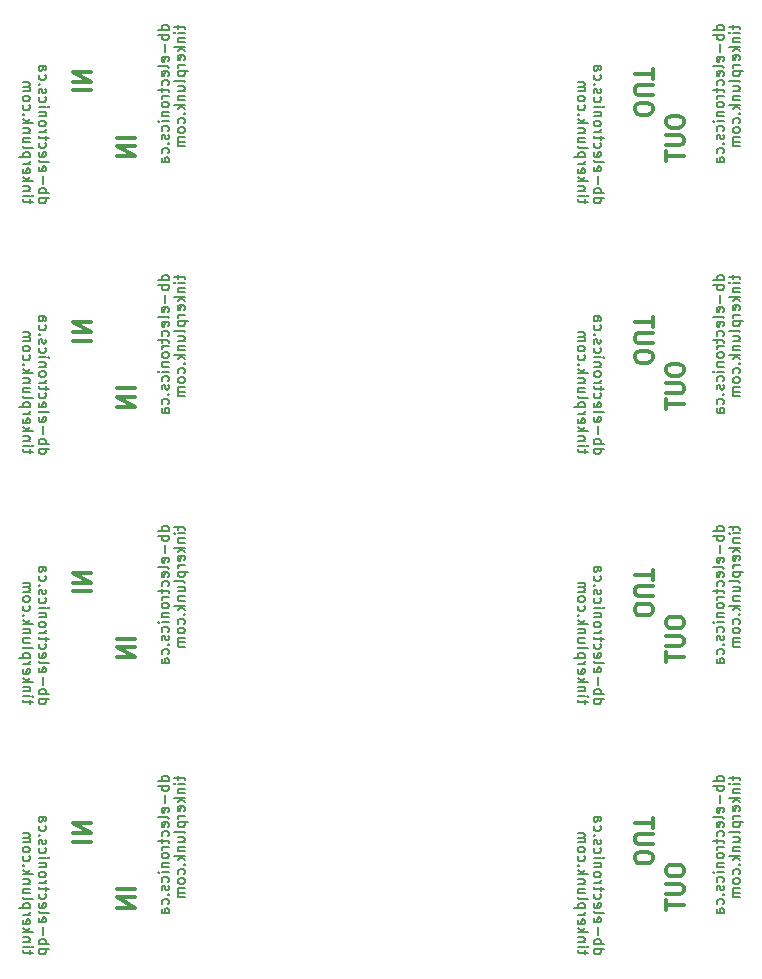
<source format=gbo>
G04 #@! TF.GenerationSoftware,KiCad,Pcbnew,(5.1.0)-1*
G04 #@! TF.CreationDate,2019-06-08T18:11:25-04:00*
G04 #@! TF.ProjectId,input+output,696e7075-742b-46f7-9574-7075742e6b69,0.1*
G04 #@! TF.SameCoordinates,Original*
G04 #@! TF.FileFunction,Legend,Bot*
G04 #@! TF.FilePolarity,Positive*
%FSLAX46Y46*%
G04 Gerber Fmt 4.6, Leading zero omitted, Abs format (unit mm)*
G04 Created by KiCad (PCBNEW (5.1.0)-1) date 2019-06-08 18:11:25*
%MOMM*%
%LPD*%
G04 APERTURE LIST*
%ADD10C,0.203200*%
%ADD11C,0.300000*%
G04 APERTURE END LIST*
D10*
X95296000Y-137539333D02*
X95296000Y-137200666D01*
X95592333Y-137412333D02*
X94830333Y-137412333D01*
X94745666Y-137370000D01*
X94703333Y-137285333D01*
X94703333Y-137200666D01*
X94703333Y-136904333D02*
X95296000Y-136904333D01*
X95592333Y-136904333D02*
X95550000Y-136946666D01*
X95507666Y-136904333D01*
X95550000Y-136862000D01*
X95592333Y-136904333D01*
X95507666Y-136904333D01*
X95296000Y-136481000D02*
X94703333Y-136481000D01*
X95211333Y-136481000D02*
X95253666Y-136438666D01*
X95296000Y-136354000D01*
X95296000Y-136227000D01*
X95253666Y-136142333D01*
X95169000Y-136100000D01*
X94703333Y-136100000D01*
X94703333Y-135676666D02*
X95592333Y-135676666D01*
X95042000Y-135592000D02*
X94703333Y-135338000D01*
X95296000Y-135338000D02*
X94957333Y-135676666D01*
X94745666Y-134618333D02*
X94703333Y-134703000D01*
X94703333Y-134872333D01*
X94745666Y-134957000D01*
X94830333Y-134999333D01*
X95169000Y-134999333D01*
X95253666Y-134957000D01*
X95296000Y-134872333D01*
X95296000Y-134703000D01*
X95253666Y-134618333D01*
X95169000Y-134576000D01*
X95084333Y-134576000D01*
X94999666Y-134999333D01*
X94703333Y-134195000D02*
X95296000Y-134195000D01*
X95126666Y-134195000D02*
X95211333Y-134152666D01*
X95253666Y-134110333D01*
X95296000Y-134025666D01*
X95296000Y-133941000D01*
X95296000Y-133644666D02*
X94407000Y-133644666D01*
X95253666Y-133644666D02*
X95296000Y-133560000D01*
X95296000Y-133390666D01*
X95253666Y-133306000D01*
X95211333Y-133263666D01*
X95126666Y-133221333D01*
X94872666Y-133221333D01*
X94788000Y-133263666D01*
X94745666Y-133306000D01*
X94703333Y-133390666D01*
X94703333Y-133560000D01*
X94745666Y-133644666D01*
X94703333Y-132713333D02*
X94745666Y-132798000D01*
X94830333Y-132840333D01*
X95592333Y-132840333D01*
X95296000Y-131993666D02*
X94703333Y-131993666D01*
X95296000Y-132374666D02*
X94830333Y-132374666D01*
X94745666Y-132332333D01*
X94703333Y-132247666D01*
X94703333Y-132120666D01*
X94745666Y-132036000D01*
X94788000Y-131993666D01*
X95296000Y-131570333D02*
X94703333Y-131570333D01*
X95211333Y-131570333D02*
X95253666Y-131528000D01*
X95296000Y-131443333D01*
X95296000Y-131316333D01*
X95253666Y-131231666D01*
X95169000Y-131189333D01*
X94703333Y-131189333D01*
X94703333Y-130766000D02*
X95592333Y-130766000D01*
X95042000Y-130681333D02*
X94703333Y-130427333D01*
X95296000Y-130427333D02*
X94957333Y-130766000D01*
X94788000Y-130046333D02*
X94745666Y-130004000D01*
X94703333Y-130046333D01*
X94745666Y-130088666D01*
X94788000Y-130046333D01*
X94703333Y-130046333D01*
X94745666Y-129242000D02*
X94703333Y-129326666D01*
X94703333Y-129496000D01*
X94745666Y-129580666D01*
X94788000Y-129623000D01*
X94872666Y-129665333D01*
X95126666Y-129665333D01*
X95211333Y-129623000D01*
X95253666Y-129580666D01*
X95296000Y-129496000D01*
X95296000Y-129326666D01*
X95253666Y-129242000D01*
X94703333Y-128734000D02*
X94745666Y-128818666D01*
X94788000Y-128861000D01*
X94872666Y-128903333D01*
X95126666Y-128903333D01*
X95211333Y-128861000D01*
X95253666Y-128818666D01*
X95296000Y-128734000D01*
X95296000Y-128607000D01*
X95253666Y-128522333D01*
X95211333Y-128480000D01*
X95126666Y-128437666D01*
X94872666Y-128437666D01*
X94788000Y-128480000D01*
X94745666Y-128522333D01*
X94703333Y-128607000D01*
X94703333Y-128734000D01*
X94703333Y-128056666D02*
X95296000Y-128056666D01*
X95211333Y-128056666D02*
X95253666Y-128014333D01*
X95296000Y-127929666D01*
X95296000Y-127802666D01*
X95253666Y-127718000D01*
X95169000Y-127675666D01*
X94703333Y-127675666D01*
X95169000Y-127675666D02*
X95253666Y-127633333D01*
X95296000Y-127548666D01*
X95296000Y-127421666D01*
X95253666Y-127337000D01*
X95169000Y-127294666D01*
X94703333Y-127294666D01*
X107804000Y-101268666D02*
X107804000Y-101607333D01*
X107507666Y-101395666D02*
X108269666Y-101395666D01*
X108354333Y-101438000D01*
X108396666Y-101522666D01*
X108396666Y-101607333D01*
X108396666Y-101903666D02*
X107804000Y-101903666D01*
X107507666Y-101903666D02*
X107550000Y-101861333D01*
X107592333Y-101903666D01*
X107550000Y-101946000D01*
X107507666Y-101903666D01*
X107592333Y-101903666D01*
X107804000Y-102327000D02*
X108396666Y-102327000D01*
X107888666Y-102327000D02*
X107846333Y-102369333D01*
X107804000Y-102454000D01*
X107804000Y-102581000D01*
X107846333Y-102665666D01*
X107931000Y-102708000D01*
X108396666Y-102708000D01*
X108396666Y-103131333D02*
X107507666Y-103131333D01*
X108058000Y-103216000D02*
X108396666Y-103470000D01*
X107804000Y-103470000D02*
X108142666Y-103131333D01*
X108354333Y-104189666D02*
X108396666Y-104105000D01*
X108396666Y-103935666D01*
X108354333Y-103851000D01*
X108269666Y-103808666D01*
X107931000Y-103808666D01*
X107846333Y-103851000D01*
X107804000Y-103935666D01*
X107804000Y-104105000D01*
X107846333Y-104189666D01*
X107931000Y-104232000D01*
X108015666Y-104232000D01*
X108100333Y-103808666D01*
X108396666Y-104613000D02*
X107804000Y-104613000D01*
X107973333Y-104613000D02*
X107888666Y-104655333D01*
X107846333Y-104697666D01*
X107804000Y-104782333D01*
X107804000Y-104867000D01*
X107804000Y-105163333D02*
X108693000Y-105163333D01*
X107846333Y-105163333D02*
X107804000Y-105248000D01*
X107804000Y-105417333D01*
X107846333Y-105502000D01*
X107888666Y-105544333D01*
X107973333Y-105586666D01*
X108227333Y-105586666D01*
X108312000Y-105544333D01*
X108354333Y-105502000D01*
X108396666Y-105417333D01*
X108396666Y-105248000D01*
X108354333Y-105163333D01*
X108396666Y-106094666D02*
X108354333Y-106010000D01*
X108269666Y-105967666D01*
X107507666Y-105967666D01*
X107804000Y-106814333D02*
X108396666Y-106814333D01*
X107804000Y-106433333D02*
X108269666Y-106433333D01*
X108354333Y-106475666D01*
X108396666Y-106560333D01*
X108396666Y-106687333D01*
X108354333Y-106772000D01*
X108312000Y-106814333D01*
X107804000Y-107237666D02*
X108396666Y-107237666D01*
X107888666Y-107237666D02*
X107846333Y-107280000D01*
X107804000Y-107364666D01*
X107804000Y-107491666D01*
X107846333Y-107576333D01*
X107931000Y-107618666D01*
X108396666Y-107618666D01*
X108396666Y-108042000D02*
X107507666Y-108042000D01*
X108058000Y-108126666D02*
X108396666Y-108380666D01*
X107804000Y-108380666D02*
X108142666Y-108042000D01*
X108312000Y-108761666D02*
X108354333Y-108804000D01*
X108396666Y-108761666D01*
X108354333Y-108719333D01*
X108312000Y-108761666D01*
X108396666Y-108761666D01*
X108354333Y-109566000D02*
X108396666Y-109481333D01*
X108396666Y-109312000D01*
X108354333Y-109227333D01*
X108312000Y-109185000D01*
X108227333Y-109142666D01*
X107973333Y-109142666D01*
X107888666Y-109185000D01*
X107846333Y-109227333D01*
X107804000Y-109312000D01*
X107804000Y-109481333D01*
X107846333Y-109566000D01*
X108396666Y-110074000D02*
X108354333Y-109989333D01*
X108312000Y-109947000D01*
X108227333Y-109904666D01*
X107973333Y-109904666D01*
X107888666Y-109947000D01*
X107846333Y-109989333D01*
X107804000Y-110074000D01*
X107804000Y-110201000D01*
X107846333Y-110285666D01*
X107888666Y-110328000D01*
X107973333Y-110370333D01*
X108227333Y-110370333D01*
X108312000Y-110328000D01*
X108354333Y-110285666D01*
X108396666Y-110201000D01*
X108396666Y-110074000D01*
X108396666Y-110751333D02*
X107804000Y-110751333D01*
X107888666Y-110751333D02*
X107846333Y-110793666D01*
X107804000Y-110878333D01*
X107804000Y-111005333D01*
X107846333Y-111090000D01*
X107931000Y-111132333D01*
X108396666Y-111132333D01*
X107931000Y-111132333D02*
X107846333Y-111174666D01*
X107804000Y-111259333D01*
X107804000Y-111386333D01*
X107846333Y-111471000D01*
X107931000Y-111513333D01*
X108396666Y-111513333D01*
D11*
X98935428Y-127995714D02*
X100435428Y-127995714D01*
X98935428Y-127281428D02*
X100435428Y-127281428D01*
X98935428Y-126424285D01*
X100435428Y-126424285D01*
D10*
X96036833Y-137137166D02*
X96925833Y-137137166D01*
X96079166Y-137137166D02*
X96036833Y-137221833D01*
X96036833Y-137391166D01*
X96079166Y-137475833D01*
X96121500Y-137518166D01*
X96206166Y-137560500D01*
X96460166Y-137560500D01*
X96544833Y-137518166D01*
X96587166Y-137475833D01*
X96629500Y-137391166D01*
X96629500Y-137221833D01*
X96587166Y-137137166D01*
X96036833Y-136713833D02*
X96925833Y-136713833D01*
X96587166Y-136713833D02*
X96629500Y-136629166D01*
X96629500Y-136459833D01*
X96587166Y-136375166D01*
X96544833Y-136332833D01*
X96460166Y-136290500D01*
X96206166Y-136290500D01*
X96121500Y-136332833D01*
X96079166Y-136375166D01*
X96036833Y-136459833D01*
X96036833Y-136629166D01*
X96079166Y-136713833D01*
X96375500Y-135909500D02*
X96375500Y-135232166D01*
X96079166Y-134470166D02*
X96036833Y-134554833D01*
X96036833Y-134724166D01*
X96079166Y-134808833D01*
X96163833Y-134851166D01*
X96502500Y-134851166D01*
X96587166Y-134808833D01*
X96629500Y-134724166D01*
X96629500Y-134554833D01*
X96587166Y-134470166D01*
X96502500Y-134427833D01*
X96417833Y-134427833D01*
X96333166Y-134851166D01*
X96036833Y-133919833D02*
X96079166Y-134004500D01*
X96163833Y-134046833D01*
X96925833Y-134046833D01*
X96079166Y-133242500D02*
X96036833Y-133327166D01*
X96036833Y-133496500D01*
X96079166Y-133581166D01*
X96163833Y-133623500D01*
X96502500Y-133623500D01*
X96587166Y-133581166D01*
X96629500Y-133496500D01*
X96629500Y-133327166D01*
X96587166Y-133242500D01*
X96502500Y-133200166D01*
X96417833Y-133200166D01*
X96333166Y-133623500D01*
X96079166Y-132438166D02*
X96036833Y-132522833D01*
X96036833Y-132692166D01*
X96079166Y-132776833D01*
X96121500Y-132819166D01*
X96206166Y-132861500D01*
X96460166Y-132861500D01*
X96544833Y-132819166D01*
X96587166Y-132776833D01*
X96629500Y-132692166D01*
X96629500Y-132522833D01*
X96587166Y-132438166D01*
X96629500Y-132184166D02*
X96629500Y-131845500D01*
X96925833Y-132057166D02*
X96163833Y-132057166D01*
X96079166Y-132014833D01*
X96036833Y-131930166D01*
X96036833Y-131845500D01*
X96036833Y-131549166D02*
X96629500Y-131549166D01*
X96460166Y-131549166D02*
X96544833Y-131506833D01*
X96587166Y-131464500D01*
X96629500Y-131379833D01*
X96629500Y-131295166D01*
X96036833Y-130871833D02*
X96079166Y-130956500D01*
X96121500Y-130998833D01*
X96206166Y-131041166D01*
X96460166Y-131041166D01*
X96544833Y-130998833D01*
X96587166Y-130956500D01*
X96629500Y-130871833D01*
X96629500Y-130744833D01*
X96587166Y-130660166D01*
X96544833Y-130617833D01*
X96460166Y-130575500D01*
X96206166Y-130575500D01*
X96121500Y-130617833D01*
X96079166Y-130660166D01*
X96036833Y-130744833D01*
X96036833Y-130871833D01*
X96629500Y-130194500D02*
X96036833Y-130194500D01*
X96544833Y-130194500D02*
X96587166Y-130152166D01*
X96629500Y-130067500D01*
X96629500Y-129940500D01*
X96587166Y-129855833D01*
X96502500Y-129813500D01*
X96036833Y-129813500D01*
X96036833Y-129390166D02*
X96629500Y-129390166D01*
X96925833Y-129390166D02*
X96883500Y-129432500D01*
X96841166Y-129390166D01*
X96883500Y-129347833D01*
X96925833Y-129390166D01*
X96841166Y-129390166D01*
X96079166Y-128585833D02*
X96036833Y-128670500D01*
X96036833Y-128839833D01*
X96079166Y-128924500D01*
X96121500Y-128966833D01*
X96206166Y-129009166D01*
X96460166Y-129009166D01*
X96544833Y-128966833D01*
X96587166Y-128924500D01*
X96629500Y-128839833D01*
X96629500Y-128670500D01*
X96587166Y-128585833D01*
X96079166Y-128247166D02*
X96036833Y-128162500D01*
X96036833Y-127993166D01*
X96079166Y-127908500D01*
X96163833Y-127866166D01*
X96206166Y-127866166D01*
X96290833Y-127908500D01*
X96333166Y-127993166D01*
X96333166Y-128120166D01*
X96375500Y-128204833D01*
X96460166Y-128247166D01*
X96502500Y-128247166D01*
X96587166Y-128204833D01*
X96629500Y-128120166D01*
X96629500Y-127993166D01*
X96587166Y-127908500D01*
X96121500Y-127485166D02*
X96079166Y-127442833D01*
X96036833Y-127485166D01*
X96079166Y-127527500D01*
X96121500Y-127485166D01*
X96036833Y-127485166D01*
X96079166Y-126680833D02*
X96036833Y-126765500D01*
X96036833Y-126934833D01*
X96079166Y-127019500D01*
X96121500Y-127061833D01*
X96206166Y-127104166D01*
X96460166Y-127104166D01*
X96544833Y-127061833D01*
X96587166Y-127019500D01*
X96629500Y-126934833D01*
X96629500Y-126765500D01*
X96587166Y-126680833D01*
X96036833Y-125918833D02*
X96502500Y-125918833D01*
X96587166Y-125961166D01*
X96629500Y-126045833D01*
X96629500Y-126215166D01*
X96587166Y-126299833D01*
X96079166Y-125918833D02*
X96036833Y-126003500D01*
X96036833Y-126215166D01*
X96079166Y-126299833D01*
X96163833Y-126342166D01*
X96248500Y-126342166D01*
X96333166Y-126299833D01*
X96375500Y-126215166D01*
X96375500Y-126003500D01*
X96417833Y-125918833D01*
D11*
X104164571Y-110812285D02*
X102664571Y-110812285D01*
X104164571Y-111526571D02*
X102664571Y-111526571D01*
X104164571Y-112383714D01*
X102664571Y-112383714D01*
X98935428Y-106795714D02*
X100435428Y-106795714D01*
X98935428Y-106081428D02*
X100435428Y-106081428D01*
X98935428Y-105224285D01*
X100435428Y-105224285D01*
D10*
X107063166Y-122870833D02*
X106174166Y-122870833D01*
X107020833Y-122870833D02*
X107063166Y-122786166D01*
X107063166Y-122616833D01*
X107020833Y-122532166D01*
X106978500Y-122489833D01*
X106893833Y-122447500D01*
X106639833Y-122447500D01*
X106555166Y-122489833D01*
X106512833Y-122532166D01*
X106470500Y-122616833D01*
X106470500Y-122786166D01*
X106512833Y-122870833D01*
X107063166Y-123294166D02*
X106174166Y-123294166D01*
X106512833Y-123294166D02*
X106470500Y-123378833D01*
X106470500Y-123548166D01*
X106512833Y-123632833D01*
X106555166Y-123675166D01*
X106639833Y-123717500D01*
X106893833Y-123717500D01*
X106978500Y-123675166D01*
X107020833Y-123632833D01*
X107063166Y-123548166D01*
X107063166Y-123378833D01*
X107020833Y-123294166D01*
X106724500Y-124098500D02*
X106724500Y-124775833D01*
X107020833Y-125537833D02*
X107063166Y-125453166D01*
X107063166Y-125283833D01*
X107020833Y-125199166D01*
X106936166Y-125156833D01*
X106597500Y-125156833D01*
X106512833Y-125199166D01*
X106470500Y-125283833D01*
X106470500Y-125453166D01*
X106512833Y-125537833D01*
X106597500Y-125580166D01*
X106682166Y-125580166D01*
X106766833Y-125156833D01*
X107063166Y-126088166D02*
X107020833Y-126003500D01*
X106936166Y-125961166D01*
X106174166Y-125961166D01*
X107020833Y-126765500D02*
X107063166Y-126680833D01*
X107063166Y-126511500D01*
X107020833Y-126426833D01*
X106936166Y-126384500D01*
X106597500Y-126384500D01*
X106512833Y-126426833D01*
X106470500Y-126511500D01*
X106470500Y-126680833D01*
X106512833Y-126765500D01*
X106597500Y-126807833D01*
X106682166Y-126807833D01*
X106766833Y-126384500D01*
X107020833Y-127569833D02*
X107063166Y-127485166D01*
X107063166Y-127315833D01*
X107020833Y-127231166D01*
X106978500Y-127188833D01*
X106893833Y-127146500D01*
X106639833Y-127146500D01*
X106555166Y-127188833D01*
X106512833Y-127231166D01*
X106470500Y-127315833D01*
X106470500Y-127485166D01*
X106512833Y-127569833D01*
X106470500Y-127823833D02*
X106470500Y-128162500D01*
X106174166Y-127950833D02*
X106936166Y-127950833D01*
X107020833Y-127993166D01*
X107063166Y-128077833D01*
X107063166Y-128162500D01*
X107063166Y-128458833D02*
X106470500Y-128458833D01*
X106639833Y-128458833D02*
X106555166Y-128501166D01*
X106512833Y-128543500D01*
X106470500Y-128628166D01*
X106470500Y-128712833D01*
X107063166Y-129136166D02*
X107020833Y-129051500D01*
X106978500Y-129009166D01*
X106893833Y-128966833D01*
X106639833Y-128966833D01*
X106555166Y-129009166D01*
X106512833Y-129051500D01*
X106470500Y-129136166D01*
X106470500Y-129263166D01*
X106512833Y-129347833D01*
X106555166Y-129390166D01*
X106639833Y-129432500D01*
X106893833Y-129432500D01*
X106978500Y-129390166D01*
X107020833Y-129347833D01*
X107063166Y-129263166D01*
X107063166Y-129136166D01*
X106470500Y-129813500D02*
X107063166Y-129813500D01*
X106555166Y-129813500D02*
X106512833Y-129855833D01*
X106470500Y-129940500D01*
X106470500Y-130067500D01*
X106512833Y-130152166D01*
X106597500Y-130194500D01*
X107063166Y-130194500D01*
X107063166Y-130617833D02*
X106470500Y-130617833D01*
X106174166Y-130617833D02*
X106216500Y-130575500D01*
X106258833Y-130617833D01*
X106216500Y-130660166D01*
X106174166Y-130617833D01*
X106258833Y-130617833D01*
X107020833Y-131422166D02*
X107063166Y-131337500D01*
X107063166Y-131168166D01*
X107020833Y-131083500D01*
X106978500Y-131041166D01*
X106893833Y-130998833D01*
X106639833Y-130998833D01*
X106555166Y-131041166D01*
X106512833Y-131083500D01*
X106470500Y-131168166D01*
X106470500Y-131337500D01*
X106512833Y-131422166D01*
X107020833Y-131760833D02*
X107063166Y-131845500D01*
X107063166Y-132014833D01*
X107020833Y-132099500D01*
X106936166Y-132141833D01*
X106893833Y-132141833D01*
X106809166Y-132099500D01*
X106766833Y-132014833D01*
X106766833Y-131887833D01*
X106724500Y-131803166D01*
X106639833Y-131760833D01*
X106597500Y-131760833D01*
X106512833Y-131803166D01*
X106470500Y-131887833D01*
X106470500Y-132014833D01*
X106512833Y-132099500D01*
X106978500Y-132522833D02*
X107020833Y-132565166D01*
X107063166Y-132522833D01*
X107020833Y-132480500D01*
X106978500Y-132522833D01*
X107063166Y-132522833D01*
X107020833Y-133327166D02*
X107063166Y-133242500D01*
X107063166Y-133073166D01*
X107020833Y-132988500D01*
X106978500Y-132946166D01*
X106893833Y-132903833D01*
X106639833Y-132903833D01*
X106555166Y-132946166D01*
X106512833Y-132988500D01*
X106470500Y-133073166D01*
X106470500Y-133242500D01*
X106512833Y-133327166D01*
X107063166Y-134089166D02*
X106597500Y-134089166D01*
X106512833Y-134046833D01*
X106470500Y-133962166D01*
X106470500Y-133792833D01*
X106512833Y-133708166D01*
X107020833Y-134089166D02*
X107063166Y-134004500D01*
X107063166Y-133792833D01*
X107020833Y-133708166D01*
X106936166Y-133665833D01*
X106851500Y-133665833D01*
X106766833Y-133708166D01*
X106724500Y-133792833D01*
X106724500Y-134004500D01*
X106682166Y-134089166D01*
X107804000Y-122468666D02*
X107804000Y-122807333D01*
X107507666Y-122595666D02*
X108269666Y-122595666D01*
X108354333Y-122638000D01*
X108396666Y-122722666D01*
X108396666Y-122807333D01*
X108396666Y-123103666D02*
X107804000Y-123103666D01*
X107507666Y-123103666D02*
X107550000Y-123061333D01*
X107592333Y-123103666D01*
X107550000Y-123146000D01*
X107507666Y-123103666D01*
X107592333Y-123103666D01*
X107804000Y-123527000D02*
X108396666Y-123527000D01*
X107888666Y-123527000D02*
X107846333Y-123569333D01*
X107804000Y-123654000D01*
X107804000Y-123781000D01*
X107846333Y-123865666D01*
X107931000Y-123908000D01*
X108396666Y-123908000D01*
X108396666Y-124331333D02*
X107507666Y-124331333D01*
X108058000Y-124416000D02*
X108396666Y-124670000D01*
X107804000Y-124670000D02*
X108142666Y-124331333D01*
X108354333Y-125389666D02*
X108396666Y-125305000D01*
X108396666Y-125135666D01*
X108354333Y-125051000D01*
X108269666Y-125008666D01*
X107931000Y-125008666D01*
X107846333Y-125051000D01*
X107804000Y-125135666D01*
X107804000Y-125305000D01*
X107846333Y-125389666D01*
X107931000Y-125432000D01*
X108015666Y-125432000D01*
X108100333Y-125008666D01*
X108396666Y-125813000D02*
X107804000Y-125813000D01*
X107973333Y-125813000D02*
X107888666Y-125855333D01*
X107846333Y-125897666D01*
X107804000Y-125982333D01*
X107804000Y-126067000D01*
X107804000Y-126363333D02*
X108693000Y-126363333D01*
X107846333Y-126363333D02*
X107804000Y-126448000D01*
X107804000Y-126617333D01*
X107846333Y-126702000D01*
X107888666Y-126744333D01*
X107973333Y-126786666D01*
X108227333Y-126786666D01*
X108312000Y-126744333D01*
X108354333Y-126702000D01*
X108396666Y-126617333D01*
X108396666Y-126448000D01*
X108354333Y-126363333D01*
X108396666Y-127294666D02*
X108354333Y-127210000D01*
X108269666Y-127167666D01*
X107507666Y-127167666D01*
X107804000Y-128014333D02*
X108396666Y-128014333D01*
X107804000Y-127633333D02*
X108269666Y-127633333D01*
X108354333Y-127675666D01*
X108396666Y-127760333D01*
X108396666Y-127887333D01*
X108354333Y-127972000D01*
X108312000Y-128014333D01*
X107804000Y-128437666D02*
X108396666Y-128437666D01*
X107888666Y-128437666D02*
X107846333Y-128480000D01*
X107804000Y-128564666D01*
X107804000Y-128691666D01*
X107846333Y-128776333D01*
X107931000Y-128818666D01*
X108396666Y-128818666D01*
X108396666Y-129242000D02*
X107507666Y-129242000D01*
X108058000Y-129326666D02*
X108396666Y-129580666D01*
X107804000Y-129580666D02*
X108142666Y-129242000D01*
X108312000Y-129961666D02*
X108354333Y-130004000D01*
X108396666Y-129961666D01*
X108354333Y-129919333D01*
X108312000Y-129961666D01*
X108396666Y-129961666D01*
X108354333Y-130766000D02*
X108396666Y-130681333D01*
X108396666Y-130512000D01*
X108354333Y-130427333D01*
X108312000Y-130385000D01*
X108227333Y-130342666D01*
X107973333Y-130342666D01*
X107888666Y-130385000D01*
X107846333Y-130427333D01*
X107804000Y-130512000D01*
X107804000Y-130681333D01*
X107846333Y-130766000D01*
X108396666Y-131274000D02*
X108354333Y-131189333D01*
X108312000Y-131147000D01*
X108227333Y-131104666D01*
X107973333Y-131104666D01*
X107888666Y-131147000D01*
X107846333Y-131189333D01*
X107804000Y-131274000D01*
X107804000Y-131401000D01*
X107846333Y-131485666D01*
X107888666Y-131528000D01*
X107973333Y-131570333D01*
X108227333Y-131570333D01*
X108312000Y-131528000D01*
X108354333Y-131485666D01*
X108396666Y-131401000D01*
X108396666Y-131274000D01*
X108396666Y-131951333D02*
X107804000Y-131951333D01*
X107888666Y-131951333D02*
X107846333Y-131993666D01*
X107804000Y-132078333D01*
X107804000Y-132205333D01*
X107846333Y-132290000D01*
X107931000Y-132332333D01*
X108396666Y-132332333D01*
X107931000Y-132332333D02*
X107846333Y-132374666D01*
X107804000Y-132459333D01*
X107804000Y-132586333D01*
X107846333Y-132671000D01*
X107931000Y-132713333D01*
X108396666Y-132713333D01*
X107063166Y-101670833D02*
X106174166Y-101670833D01*
X107020833Y-101670833D02*
X107063166Y-101586166D01*
X107063166Y-101416833D01*
X107020833Y-101332166D01*
X106978500Y-101289833D01*
X106893833Y-101247500D01*
X106639833Y-101247500D01*
X106555166Y-101289833D01*
X106512833Y-101332166D01*
X106470500Y-101416833D01*
X106470500Y-101586166D01*
X106512833Y-101670833D01*
X107063166Y-102094166D02*
X106174166Y-102094166D01*
X106512833Y-102094166D02*
X106470500Y-102178833D01*
X106470500Y-102348166D01*
X106512833Y-102432833D01*
X106555166Y-102475166D01*
X106639833Y-102517500D01*
X106893833Y-102517500D01*
X106978500Y-102475166D01*
X107020833Y-102432833D01*
X107063166Y-102348166D01*
X107063166Y-102178833D01*
X107020833Y-102094166D01*
X106724500Y-102898500D02*
X106724500Y-103575833D01*
X107020833Y-104337833D02*
X107063166Y-104253166D01*
X107063166Y-104083833D01*
X107020833Y-103999166D01*
X106936166Y-103956833D01*
X106597500Y-103956833D01*
X106512833Y-103999166D01*
X106470500Y-104083833D01*
X106470500Y-104253166D01*
X106512833Y-104337833D01*
X106597500Y-104380166D01*
X106682166Y-104380166D01*
X106766833Y-103956833D01*
X107063166Y-104888166D02*
X107020833Y-104803500D01*
X106936166Y-104761166D01*
X106174166Y-104761166D01*
X107020833Y-105565500D02*
X107063166Y-105480833D01*
X107063166Y-105311500D01*
X107020833Y-105226833D01*
X106936166Y-105184500D01*
X106597500Y-105184500D01*
X106512833Y-105226833D01*
X106470500Y-105311500D01*
X106470500Y-105480833D01*
X106512833Y-105565500D01*
X106597500Y-105607833D01*
X106682166Y-105607833D01*
X106766833Y-105184500D01*
X107020833Y-106369833D02*
X107063166Y-106285166D01*
X107063166Y-106115833D01*
X107020833Y-106031166D01*
X106978500Y-105988833D01*
X106893833Y-105946500D01*
X106639833Y-105946500D01*
X106555166Y-105988833D01*
X106512833Y-106031166D01*
X106470500Y-106115833D01*
X106470500Y-106285166D01*
X106512833Y-106369833D01*
X106470500Y-106623833D02*
X106470500Y-106962500D01*
X106174166Y-106750833D02*
X106936166Y-106750833D01*
X107020833Y-106793166D01*
X107063166Y-106877833D01*
X107063166Y-106962500D01*
X107063166Y-107258833D02*
X106470500Y-107258833D01*
X106639833Y-107258833D02*
X106555166Y-107301166D01*
X106512833Y-107343500D01*
X106470500Y-107428166D01*
X106470500Y-107512833D01*
X107063166Y-107936166D02*
X107020833Y-107851500D01*
X106978500Y-107809166D01*
X106893833Y-107766833D01*
X106639833Y-107766833D01*
X106555166Y-107809166D01*
X106512833Y-107851500D01*
X106470500Y-107936166D01*
X106470500Y-108063166D01*
X106512833Y-108147833D01*
X106555166Y-108190166D01*
X106639833Y-108232500D01*
X106893833Y-108232500D01*
X106978500Y-108190166D01*
X107020833Y-108147833D01*
X107063166Y-108063166D01*
X107063166Y-107936166D01*
X106470500Y-108613500D02*
X107063166Y-108613500D01*
X106555166Y-108613500D02*
X106512833Y-108655833D01*
X106470500Y-108740500D01*
X106470500Y-108867500D01*
X106512833Y-108952166D01*
X106597500Y-108994500D01*
X107063166Y-108994500D01*
X107063166Y-109417833D02*
X106470500Y-109417833D01*
X106174166Y-109417833D02*
X106216500Y-109375500D01*
X106258833Y-109417833D01*
X106216500Y-109460166D01*
X106174166Y-109417833D01*
X106258833Y-109417833D01*
X107020833Y-110222166D02*
X107063166Y-110137500D01*
X107063166Y-109968166D01*
X107020833Y-109883500D01*
X106978500Y-109841166D01*
X106893833Y-109798833D01*
X106639833Y-109798833D01*
X106555166Y-109841166D01*
X106512833Y-109883500D01*
X106470500Y-109968166D01*
X106470500Y-110137500D01*
X106512833Y-110222166D01*
X107020833Y-110560833D02*
X107063166Y-110645500D01*
X107063166Y-110814833D01*
X107020833Y-110899500D01*
X106936166Y-110941833D01*
X106893833Y-110941833D01*
X106809166Y-110899500D01*
X106766833Y-110814833D01*
X106766833Y-110687833D01*
X106724500Y-110603166D01*
X106639833Y-110560833D01*
X106597500Y-110560833D01*
X106512833Y-110603166D01*
X106470500Y-110687833D01*
X106470500Y-110814833D01*
X106512833Y-110899500D01*
X106978500Y-111322833D02*
X107020833Y-111365166D01*
X107063166Y-111322833D01*
X107020833Y-111280500D01*
X106978500Y-111322833D01*
X107063166Y-111322833D01*
X107020833Y-112127166D02*
X107063166Y-112042500D01*
X107063166Y-111873166D01*
X107020833Y-111788500D01*
X106978500Y-111746166D01*
X106893833Y-111703833D01*
X106639833Y-111703833D01*
X106555166Y-111746166D01*
X106512833Y-111788500D01*
X106470500Y-111873166D01*
X106470500Y-112042500D01*
X106512833Y-112127166D01*
X107063166Y-112889166D02*
X106597500Y-112889166D01*
X106512833Y-112846833D01*
X106470500Y-112762166D01*
X106470500Y-112592833D01*
X106512833Y-112508166D01*
X107020833Y-112889166D02*
X107063166Y-112804500D01*
X107063166Y-112592833D01*
X107020833Y-112508166D01*
X106936166Y-112465833D01*
X106851500Y-112465833D01*
X106766833Y-112508166D01*
X106724500Y-112592833D01*
X106724500Y-112804500D01*
X106682166Y-112889166D01*
X96036833Y-115937166D02*
X96925833Y-115937166D01*
X96079166Y-115937166D02*
X96036833Y-116021833D01*
X96036833Y-116191166D01*
X96079166Y-116275833D01*
X96121500Y-116318166D01*
X96206166Y-116360500D01*
X96460166Y-116360500D01*
X96544833Y-116318166D01*
X96587166Y-116275833D01*
X96629500Y-116191166D01*
X96629500Y-116021833D01*
X96587166Y-115937166D01*
X96036833Y-115513833D02*
X96925833Y-115513833D01*
X96587166Y-115513833D02*
X96629500Y-115429166D01*
X96629500Y-115259833D01*
X96587166Y-115175166D01*
X96544833Y-115132833D01*
X96460166Y-115090500D01*
X96206166Y-115090500D01*
X96121500Y-115132833D01*
X96079166Y-115175166D01*
X96036833Y-115259833D01*
X96036833Y-115429166D01*
X96079166Y-115513833D01*
X96375500Y-114709500D02*
X96375500Y-114032166D01*
X96079166Y-113270166D02*
X96036833Y-113354833D01*
X96036833Y-113524166D01*
X96079166Y-113608833D01*
X96163833Y-113651166D01*
X96502500Y-113651166D01*
X96587166Y-113608833D01*
X96629500Y-113524166D01*
X96629500Y-113354833D01*
X96587166Y-113270166D01*
X96502500Y-113227833D01*
X96417833Y-113227833D01*
X96333166Y-113651166D01*
X96036833Y-112719833D02*
X96079166Y-112804500D01*
X96163833Y-112846833D01*
X96925833Y-112846833D01*
X96079166Y-112042500D02*
X96036833Y-112127166D01*
X96036833Y-112296500D01*
X96079166Y-112381166D01*
X96163833Y-112423500D01*
X96502500Y-112423500D01*
X96587166Y-112381166D01*
X96629500Y-112296500D01*
X96629500Y-112127166D01*
X96587166Y-112042500D01*
X96502500Y-112000166D01*
X96417833Y-112000166D01*
X96333166Y-112423500D01*
X96079166Y-111238166D02*
X96036833Y-111322833D01*
X96036833Y-111492166D01*
X96079166Y-111576833D01*
X96121500Y-111619166D01*
X96206166Y-111661500D01*
X96460166Y-111661500D01*
X96544833Y-111619166D01*
X96587166Y-111576833D01*
X96629500Y-111492166D01*
X96629500Y-111322833D01*
X96587166Y-111238166D01*
X96629500Y-110984166D02*
X96629500Y-110645500D01*
X96925833Y-110857166D02*
X96163833Y-110857166D01*
X96079166Y-110814833D01*
X96036833Y-110730166D01*
X96036833Y-110645500D01*
X96036833Y-110349166D02*
X96629500Y-110349166D01*
X96460166Y-110349166D02*
X96544833Y-110306833D01*
X96587166Y-110264500D01*
X96629500Y-110179833D01*
X96629500Y-110095166D01*
X96036833Y-109671833D02*
X96079166Y-109756500D01*
X96121500Y-109798833D01*
X96206166Y-109841166D01*
X96460166Y-109841166D01*
X96544833Y-109798833D01*
X96587166Y-109756500D01*
X96629500Y-109671833D01*
X96629500Y-109544833D01*
X96587166Y-109460166D01*
X96544833Y-109417833D01*
X96460166Y-109375500D01*
X96206166Y-109375500D01*
X96121500Y-109417833D01*
X96079166Y-109460166D01*
X96036833Y-109544833D01*
X96036833Y-109671833D01*
X96629500Y-108994500D02*
X96036833Y-108994500D01*
X96544833Y-108994500D02*
X96587166Y-108952166D01*
X96629500Y-108867500D01*
X96629500Y-108740500D01*
X96587166Y-108655833D01*
X96502500Y-108613500D01*
X96036833Y-108613500D01*
X96036833Y-108190166D02*
X96629500Y-108190166D01*
X96925833Y-108190166D02*
X96883500Y-108232500D01*
X96841166Y-108190166D01*
X96883500Y-108147833D01*
X96925833Y-108190166D01*
X96841166Y-108190166D01*
X96079166Y-107385833D02*
X96036833Y-107470500D01*
X96036833Y-107639833D01*
X96079166Y-107724500D01*
X96121500Y-107766833D01*
X96206166Y-107809166D01*
X96460166Y-107809166D01*
X96544833Y-107766833D01*
X96587166Y-107724500D01*
X96629500Y-107639833D01*
X96629500Y-107470500D01*
X96587166Y-107385833D01*
X96079166Y-107047166D02*
X96036833Y-106962500D01*
X96036833Y-106793166D01*
X96079166Y-106708500D01*
X96163833Y-106666166D01*
X96206166Y-106666166D01*
X96290833Y-106708500D01*
X96333166Y-106793166D01*
X96333166Y-106920166D01*
X96375500Y-107004833D01*
X96460166Y-107047166D01*
X96502500Y-107047166D01*
X96587166Y-107004833D01*
X96629500Y-106920166D01*
X96629500Y-106793166D01*
X96587166Y-106708500D01*
X96121500Y-106285166D02*
X96079166Y-106242833D01*
X96036833Y-106285166D01*
X96079166Y-106327500D01*
X96121500Y-106285166D01*
X96036833Y-106285166D01*
X96079166Y-105480833D02*
X96036833Y-105565500D01*
X96036833Y-105734833D01*
X96079166Y-105819500D01*
X96121500Y-105861833D01*
X96206166Y-105904166D01*
X96460166Y-105904166D01*
X96544833Y-105861833D01*
X96587166Y-105819500D01*
X96629500Y-105734833D01*
X96629500Y-105565500D01*
X96587166Y-105480833D01*
X96036833Y-104718833D02*
X96502500Y-104718833D01*
X96587166Y-104761166D01*
X96629500Y-104845833D01*
X96629500Y-105015166D01*
X96587166Y-105099833D01*
X96079166Y-104718833D02*
X96036833Y-104803500D01*
X96036833Y-105015166D01*
X96079166Y-105099833D01*
X96163833Y-105142166D01*
X96248500Y-105142166D01*
X96333166Y-105099833D01*
X96375500Y-105015166D01*
X96375500Y-104803500D01*
X96417833Y-104718833D01*
X95296000Y-116339333D02*
X95296000Y-116000666D01*
X95592333Y-116212333D02*
X94830333Y-116212333D01*
X94745666Y-116170000D01*
X94703333Y-116085333D01*
X94703333Y-116000666D01*
X94703333Y-115704333D02*
X95296000Y-115704333D01*
X95592333Y-115704333D02*
X95550000Y-115746666D01*
X95507666Y-115704333D01*
X95550000Y-115662000D01*
X95592333Y-115704333D01*
X95507666Y-115704333D01*
X95296000Y-115281000D02*
X94703333Y-115281000D01*
X95211333Y-115281000D02*
X95253666Y-115238666D01*
X95296000Y-115154000D01*
X95296000Y-115027000D01*
X95253666Y-114942333D01*
X95169000Y-114900000D01*
X94703333Y-114900000D01*
X94703333Y-114476666D02*
X95592333Y-114476666D01*
X95042000Y-114392000D02*
X94703333Y-114138000D01*
X95296000Y-114138000D02*
X94957333Y-114476666D01*
X94745666Y-113418333D02*
X94703333Y-113503000D01*
X94703333Y-113672333D01*
X94745666Y-113757000D01*
X94830333Y-113799333D01*
X95169000Y-113799333D01*
X95253666Y-113757000D01*
X95296000Y-113672333D01*
X95296000Y-113503000D01*
X95253666Y-113418333D01*
X95169000Y-113376000D01*
X95084333Y-113376000D01*
X94999666Y-113799333D01*
X94703333Y-112995000D02*
X95296000Y-112995000D01*
X95126666Y-112995000D02*
X95211333Y-112952666D01*
X95253666Y-112910333D01*
X95296000Y-112825666D01*
X95296000Y-112741000D01*
X95296000Y-112444666D02*
X94407000Y-112444666D01*
X95253666Y-112444666D02*
X95296000Y-112360000D01*
X95296000Y-112190666D01*
X95253666Y-112106000D01*
X95211333Y-112063666D01*
X95126666Y-112021333D01*
X94872666Y-112021333D01*
X94788000Y-112063666D01*
X94745666Y-112106000D01*
X94703333Y-112190666D01*
X94703333Y-112360000D01*
X94745666Y-112444666D01*
X94703333Y-111513333D02*
X94745666Y-111598000D01*
X94830333Y-111640333D01*
X95592333Y-111640333D01*
X95296000Y-110793666D02*
X94703333Y-110793666D01*
X95296000Y-111174666D02*
X94830333Y-111174666D01*
X94745666Y-111132333D01*
X94703333Y-111047666D01*
X94703333Y-110920666D01*
X94745666Y-110836000D01*
X94788000Y-110793666D01*
X95296000Y-110370333D02*
X94703333Y-110370333D01*
X95211333Y-110370333D02*
X95253666Y-110328000D01*
X95296000Y-110243333D01*
X95296000Y-110116333D01*
X95253666Y-110031666D01*
X95169000Y-109989333D01*
X94703333Y-109989333D01*
X94703333Y-109566000D02*
X95592333Y-109566000D01*
X95042000Y-109481333D02*
X94703333Y-109227333D01*
X95296000Y-109227333D02*
X94957333Y-109566000D01*
X94788000Y-108846333D02*
X94745666Y-108804000D01*
X94703333Y-108846333D01*
X94745666Y-108888666D01*
X94788000Y-108846333D01*
X94703333Y-108846333D01*
X94745666Y-108042000D02*
X94703333Y-108126666D01*
X94703333Y-108296000D01*
X94745666Y-108380666D01*
X94788000Y-108423000D01*
X94872666Y-108465333D01*
X95126666Y-108465333D01*
X95211333Y-108423000D01*
X95253666Y-108380666D01*
X95296000Y-108296000D01*
X95296000Y-108126666D01*
X95253666Y-108042000D01*
X94703333Y-107534000D02*
X94745666Y-107618666D01*
X94788000Y-107661000D01*
X94872666Y-107703333D01*
X95126666Y-107703333D01*
X95211333Y-107661000D01*
X95253666Y-107618666D01*
X95296000Y-107534000D01*
X95296000Y-107407000D01*
X95253666Y-107322333D01*
X95211333Y-107280000D01*
X95126666Y-107237666D01*
X94872666Y-107237666D01*
X94788000Y-107280000D01*
X94745666Y-107322333D01*
X94703333Y-107407000D01*
X94703333Y-107534000D01*
X94703333Y-106856666D02*
X95296000Y-106856666D01*
X95211333Y-106856666D02*
X95253666Y-106814333D01*
X95296000Y-106729666D01*
X95296000Y-106602666D01*
X95253666Y-106518000D01*
X95169000Y-106475666D01*
X94703333Y-106475666D01*
X95169000Y-106475666D02*
X95253666Y-106433333D01*
X95296000Y-106348666D01*
X95296000Y-106221666D01*
X95253666Y-106137000D01*
X95169000Y-106094666D01*
X94703333Y-106094666D01*
D11*
X104164571Y-132012285D02*
X102664571Y-132012285D01*
X104164571Y-132726571D02*
X102664571Y-132726571D01*
X104164571Y-133583714D01*
X102664571Y-133583714D01*
D10*
X154063166Y-101670833D02*
X153174166Y-101670833D01*
X154020833Y-101670833D02*
X154063166Y-101586166D01*
X154063166Y-101416833D01*
X154020833Y-101332166D01*
X153978500Y-101289833D01*
X153893833Y-101247500D01*
X153639833Y-101247500D01*
X153555166Y-101289833D01*
X153512833Y-101332166D01*
X153470500Y-101416833D01*
X153470500Y-101586166D01*
X153512833Y-101670833D01*
X154063166Y-102094166D02*
X153174166Y-102094166D01*
X153512833Y-102094166D02*
X153470500Y-102178833D01*
X153470500Y-102348166D01*
X153512833Y-102432833D01*
X153555166Y-102475166D01*
X153639833Y-102517500D01*
X153893833Y-102517500D01*
X153978500Y-102475166D01*
X154020833Y-102432833D01*
X154063166Y-102348166D01*
X154063166Y-102178833D01*
X154020833Y-102094166D01*
X153724500Y-102898500D02*
X153724500Y-103575833D01*
X154020833Y-104337833D02*
X154063166Y-104253166D01*
X154063166Y-104083833D01*
X154020833Y-103999166D01*
X153936166Y-103956833D01*
X153597500Y-103956833D01*
X153512833Y-103999166D01*
X153470500Y-104083833D01*
X153470500Y-104253166D01*
X153512833Y-104337833D01*
X153597500Y-104380166D01*
X153682166Y-104380166D01*
X153766833Y-103956833D01*
X154063166Y-104888166D02*
X154020833Y-104803500D01*
X153936166Y-104761166D01*
X153174166Y-104761166D01*
X154020833Y-105565500D02*
X154063166Y-105480833D01*
X154063166Y-105311500D01*
X154020833Y-105226833D01*
X153936166Y-105184500D01*
X153597500Y-105184500D01*
X153512833Y-105226833D01*
X153470500Y-105311500D01*
X153470500Y-105480833D01*
X153512833Y-105565500D01*
X153597500Y-105607833D01*
X153682166Y-105607833D01*
X153766833Y-105184500D01*
X154020833Y-106369833D02*
X154063166Y-106285166D01*
X154063166Y-106115833D01*
X154020833Y-106031166D01*
X153978500Y-105988833D01*
X153893833Y-105946500D01*
X153639833Y-105946500D01*
X153555166Y-105988833D01*
X153512833Y-106031166D01*
X153470500Y-106115833D01*
X153470500Y-106285166D01*
X153512833Y-106369833D01*
X153470500Y-106623833D02*
X153470500Y-106962500D01*
X153174166Y-106750833D02*
X153936166Y-106750833D01*
X154020833Y-106793166D01*
X154063166Y-106877833D01*
X154063166Y-106962500D01*
X154063166Y-107258833D02*
X153470500Y-107258833D01*
X153639833Y-107258833D02*
X153555166Y-107301166D01*
X153512833Y-107343500D01*
X153470500Y-107428166D01*
X153470500Y-107512833D01*
X154063166Y-107936166D02*
X154020833Y-107851500D01*
X153978500Y-107809166D01*
X153893833Y-107766833D01*
X153639833Y-107766833D01*
X153555166Y-107809166D01*
X153512833Y-107851500D01*
X153470500Y-107936166D01*
X153470500Y-108063166D01*
X153512833Y-108147833D01*
X153555166Y-108190166D01*
X153639833Y-108232500D01*
X153893833Y-108232500D01*
X153978500Y-108190166D01*
X154020833Y-108147833D01*
X154063166Y-108063166D01*
X154063166Y-107936166D01*
X153470500Y-108613500D02*
X154063166Y-108613500D01*
X153555166Y-108613500D02*
X153512833Y-108655833D01*
X153470500Y-108740500D01*
X153470500Y-108867500D01*
X153512833Y-108952166D01*
X153597500Y-108994500D01*
X154063166Y-108994500D01*
X154063166Y-109417833D02*
X153470500Y-109417833D01*
X153174166Y-109417833D02*
X153216500Y-109375500D01*
X153258833Y-109417833D01*
X153216500Y-109460166D01*
X153174166Y-109417833D01*
X153258833Y-109417833D01*
X154020833Y-110222166D02*
X154063166Y-110137500D01*
X154063166Y-109968166D01*
X154020833Y-109883500D01*
X153978500Y-109841166D01*
X153893833Y-109798833D01*
X153639833Y-109798833D01*
X153555166Y-109841166D01*
X153512833Y-109883500D01*
X153470500Y-109968166D01*
X153470500Y-110137500D01*
X153512833Y-110222166D01*
X154020833Y-110560833D02*
X154063166Y-110645500D01*
X154063166Y-110814833D01*
X154020833Y-110899500D01*
X153936166Y-110941833D01*
X153893833Y-110941833D01*
X153809166Y-110899500D01*
X153766833Y-110814833D01*
X153766833Y-110687833D01*
X153724500Y-110603166D01*
X153639833Y-110560833D01*
X153597500Y-110560833D01*
X153512833Y-110603166D01*
X153470500Y-110687833D01*
X153470500Y-110814833D01*
X153512833Y-110899500D01*
X153978500Y-111322833D02*
X154020833Y-111365166D01*
X154063166Y-111322833D01*
X154020833Y-111280500D01*
X153978500Y-111322833D01*
X154063166Y-111322833D01*
X154020833Y-112127166D02*
X154063166Y-112042500D01*
X154063166Y-111873166D01*
X154020833Y-111788500D01*
X153978500Y-111746166D01*
X153893833Y-111703833D01*
X153639833Y-111703833D01*
X153555166Y-111746166D01*
X153512833Y-111788500D01*
X153470500Y-111873166D01*
X153470500Y-112042500D01*
X153512833Y-112127166D01*
X154063166Y-112889166D02*
X153597500Y-112889166D01*
X153512833Y-112846833D01*
X153470500Y-112762166D01*
X153470500Y-112592833D01*
X153512833Y-112508166D01*
X154020833Y-112889166D02*
X154063166Y-112804500D01*
X154063166Y-112592833D01*
X154020833Y-112508166D01*
X153936166Y-112465833D01*
X153851500Y-112465833D01*
X153766833Y-112508166D01*
X153724500Y-112592833D01*
X153724500Y-112804500D01*
X153682166Y-112889166D01*
D11*
X149165571Y-109306000D02*
X149165571Y-109591714D01*
X149237000Y-109734571D01*
X149379857Y-109877428D01*
X149665571Y-109948857D01*
X150165571Y-109948857D01*
X150451285Y-109877428D01*
X150594142Y-109734571D01*
X150665571Y-109591714D01*
X150665571Y-109306000D01*
X150594142Y-109163142D01*
X150451285Y-109020285D01*
X150165571Y-108948857D01*
X149665571Y-108948857D01*
X149379857Y-109020285D01*
X149237000Y-109163142D01*
X149165571Y-109306000D01*
X149165571Y-110591714D02*
X150379857Y-110591714D01*
X150522714Y-110663142D01*
X150594142Y-110734571D01*
X150665571Y-110877428D01*
X150665571Y-111163142D01*
X150594142Y-111306000D01*
X150522714Y-111377428D01*
X150379857Y-111448857D01*
X149165571Y-111448857D01*
X149165571Y-111948857D02*
X149165571Y-112806000D01*
X150665571Y-112377428D02*
X149165571Y-112377428D01*
X148014428Y-108496000D02*
X148014428Y-108210285D01*
X147943000Y-108067428D01*
X147800142Y-107924571D01*
X147514428Y-107853142D01*
X147014428Y-107853142D01*
X146728714Y-107924571D01*
X146585857Y-108067428D01*
X146514428Y-108210285D01*
X146514428Y-108496000D01*
X146585857Y-108638857D01*
X146728714Y-108781714D01*
X147014428Y-108853142D01*
X147514428Y-108853142D01*
X147800142Y-108781714D01*
X147943000Y-108638857D01*
X148014428Y-108496000D01*
X148014428Y-107210285D02*
X146800142Y-107210285D01*
X146657285Y-107138857D01*
X146585857Y-107067428D01*
X146514428Y-106924571D01*
X146514428Y-106638857D01*
X146585857Y-106496000D01*
X146657285Y-106424571D01*
X146800142Y-106353142D01*
X148014428Y-106353142D01*
X148014428Y-105853142D02*
X148014428Y-104996000D01*
X146514428Y-105424571D02*
X148014428Y-105424571D01*
D10*
X143036833Y-115937166D02*
X143925833Y-115937166D01*
X143079166Y-115937166D02*
X143036833Y-116021833D01*
X143036833Y-116191166D01*
X143079166Y-116275833D01*
X143121500Y-116318166D01*
X143206166Y-116360500D01*
X143460166Y-116360500D01*
X143544833Y-116318166D01*
X143587166Y-116275833D01*
X143629500Y-116191166D01*
X143629500Y-116021833D01*
X143587166Y-115937166D01*
X143036833Y-115513833D02*
X143925833Y-115513833D01*
X143587166Y-115513833D02*
X143629500Y-115429166D01*
X143629500Y-115259833D01*
X143587166Y-115175166D01*
X143544833Y-115132833D01*
X143460166Y-115090500D01*
X143206166Y-115090500D01*
X143121500Y-115132833D01*
X143079166Y-115175166D01*
X143036833Y-115259833D01*
X143036833Y-115429166D01*
X143079166Y-115513833D01*
X143375500Y-114709500D02*
X143375500Y-114032166D01*
X143079166Y-113270166D02*
X143036833Y-113354833D01*
X143036833Y-113524166D01*
X143079166Y-113608833D01*
X143163833Y-113651166D01*
X143502500Y-113651166D01*
X143587166Y-113608833D01*
X143629500Y-113524166D01*
X143629500Y-113354833D01*
X143587166Y-113270166D01*
X143502500Y-113227833D01*
X143417833Y-113227833D01*
X143333166Y-113651166D01*
X143036833Y-112719833D02*
X143079166Y-112804500D01*
X143163833Y-112846833D01*
X143925833Y-112846833D01*
X143079166Y-112042500D02*
X143036833Y-112127166D01*
X143036833Y-112296500D01*
X143079166Y-112381166D01*
X143163833Y-112423500D01*
X143502500Y-112423500D01*
X143587166Y-112381166D01*
X143629500Y-112296500D01*
X143629500Y-112127166D01*
X143587166Y-112042500D01*
X143502500Y-112000166D01*
X143417833Y-112000166D01*
X143333166Y-112423500D01*
X143079166Y-111238166D02*
X143036833Y-111322833D01*
X143036833Y-111492166D01*
X143079166Y-111576833D01*
X143121500Y-111619166D01*
X143206166Y-111661500D01*
X143460166Y-111661500D01*
X143544833Y-111619166D01*
X143587166Y-111576833D01*
X143629500Y-111492166D01*
X143629500Y-111322833D01*
X143587166Y-111238166D01*
X143629500Y-110984166D02*
X143629500Y-110645500D01*
X143925833Y-110857166D02*
X143163833Y-110857166D01*
X143079166Y-110814833D01*
X143036833Y-110730166D01*
X143036833Y-110645500D01*
X143036833Y-110349166D02*
X143629500Y-110349166D01*
X143460166Y-110349166D02*
X143544833Y-110306833D01*
X143587166Y-110264500D01*
X143629500Y-110179833D01*
X143629500Y-110095166D01*
X143036833Y-109671833D02*
X143079166Y-109756500D01*
X143121500Y-109798833D01*
X143206166Y-109841166D01*
X143460166Y-109841166D01*
X143544833Y-109798833D01*
X143587166Y-109756500D01*
X143629500Y-109671833D01*
X143629500Y-109544833D01*
X143587166Y-109460166D01*
X143544833Y-109417833D01*
X143460166Y-109375500D01*
X143206166Y-109375500D01*
X143121500Y-109417833D01*
X143079166Y-109460166D01*
X143036833Y-109544833D01*
X143036833Y-109671833D01*
X143629500Y-108994500D02*
X143036833Y-108994500D01*
X143544833Y-108994500D02*
X143587166Y-108952166D01*
X143629500Y-108867500D01*
X143629500Y-108740500D01*
X143587166Y-108655833D01*
X143502500Y-108613500D01*
X143036833Y-108613500D01*
X143036833Y-108190166D02*
X143629500Y-108190166D01*
X143925833Y-108190166D02*
X143883500Y-108232500D01*
X143841166Y-108190166D01*
X143883500Y-108147833D01*
X143925833Y-108190166D01*
X143841166Y-108190166D01*
X143079166Y-107385833D02*
X143036833Y-107470500D01*
X143036833Y-107639833D01*
X143079166Y-107724500D01*
X143121500Y-107766833D01*
X143206166Y-107809166D01*
X143460166Y-107809166D01*
X143544833Y-107766833D01*
X143587166Y-107724500D01*
X143629500Y-107639833D01*
X143629500Y-107470500D01*
X143587166Y-107385833D01*
X143079166Y-107047166D02*
X143036833Y-106962500D01*
X143036833Y-106793166D01*
X143079166Y-106708500D01*
X143163833Y-106666166D01*
X143206166Y-106666166D01*
X143290833Y-106708500D01*
X143333166Y-106793166D01*
X143333166Y-106920166D01*
X143375500Y-107004833D01*
X143460166Y-107047166D01*
X143502500Y-107047166D01*
X143587166Y-107004833D01*
X143629500Y-106920166D01*
X143629500Y-106793166D01*
X143587166Y-106708500D01*
X143121500Y-106285166D02*
X143079166Y-106242833D01*
X143036833Y-106285166D01*
X143079166Y-106327500D01*
X143121500Y-106285166D01*
X143036833Y-106285166D01*
X143079166Y-105480833D02*
X143036833Y-105565500D01*
X143036833Y-105734833D01*
X143079166Y-105819500D01*
X143121500Y-105861833D01*
X143206166Y-105904166D01*
X143460166Y-105904166D01*
X143544833Y-105861833D01*
X143587166Y-105819500D01*
X143629500Y-105734833D01*
X143629500Y-105565500D01*
X143587166Y-105480833D01*
X143036833Y-104718833D02*
X143502500Y-104718833D01*
X143587166Y-104761166D01*
X143629500Y-104845833D01*
X143629500Y-105015166D01*
X143587166Y-105099833D01*
X143079166Y-104718833D02*
X143036833Y-104803500D01*
X143036833Y-105015166D01*
X143079166Y-105099833D01*
X143163833Y-105142166D01*
X143248500Y-105142166D01*
X143333166Y-105099833D01*
X143375500Y-105015166D01*
X143375500Y-104803500D01*
X143417833Y-104718833D01*
X142296000Y-116339333D02*
X142296000Y-116000666D01*
X142592333Y-116212333D02*
X141830333Y-116212333D01*
X141745666Y-116170000D01*
X141703333Y-116085333D01*
X141703333Y-116000666D01*
X141703333Y-115704333D02*
X142296000Y-115704333D01*
X142592333Y-115704333D02*
X142550000Y-115746666D01*
X142507666Y-115704333D01*
X142550000Y-115662000D01*
X142592333Y-115704333D01*
X142507666Y-115704333D01*
X142296000Y-115281000D02*
X141703333Y-115281000D01*
X142211333Y-115281000D02*
X142253666Y-115238666D01*
X142296000Y-115154000D01*
X142296000Y-115027000D01*
X142253666Y-114942333D01*
X142169000Y-114900000D01*
X141703333Y-114900000D01*
X141703333Y-114476666D02*
X142592333Y-114476666D01*
X142042000Y-114392000D02*
X141703333Y-114138000D01*
X142296000Y-114138000D02*
X141957333Y-114476666D01*
X141745666Y-113418333D02*
X141703333Y-113503000D01*
X141703333Y-113672333D01*
X141745666Y-113757000D01*
X141830333Y-113799333D01*
X142169000Y-113799333D01*
X142253666Y-113757000D01*
X142296000Y-113672333D01*
X142296000Y-113503000D01*
X142253666Y-113418333D01*
X142169000Y-113376000D01*
X142084333Y-113376000D01*
X141999666Y-113799333D01*
X141703333Y-112995000D02*
X142296000Y-112995000D01*
X142126666Y-112995000D02*
X142211333Y-112952666D01*
X142253666Y-112910333D01*
X142296000Y-112825666D01*
X142296000Y-112741000D01*
X142296000Y-112444666D02*
X141407000Y-112444666D01*
X142253666Y-112444666D02*
X142296000Y-112360000D01*
X142296000Y-112190666D01*
X142253666Y-112106000D01*
X142211333Y-112063666D01*
X142126666Y-112021333D01*
X141872666Y-112021333D01*
X141788000Y-112063666D01*
X141745666Y-112106000D01*
X141703333Y-112190666D01*
X141703333Y-112360000D01*
X141745666Y-112444666D01*
X141703333Y-111513333D02*
X141745666Y-111598000D01*
X141830333Y-111640333D01*
X142592333Y-111640333D01*
X142296000Y-110793666D02*
X141703333Y-110793666D01*
X142296000Y-111174666D02*
X141830333Y-111174666D01*
X141745666Y-111132333D01*
X141703333Y-111047666D01*
X141703333Y-110920666D01*
X141745666Y-110836000D01*
X141788000Y-110793666D01*
X142296000Y-110370333D02*
X141703333Y-110370333D01*
X142211333Y-110370333D02*
X142253666Y-110328000D01*
X142296000Y-110243333D01*
X142296000Y-110116333D01*
X142253666Y-110031666D01*
X142169000Y-109989333D01*
X141703333Y-109989333D01*
X141703333Y-109566000D02*
X142592333Y-109566000D01*
X142042000Y-109481333D02*
X141703333Y-109227333D01*
X142296000Y-109227333D02*
X141957333Y-109566000D01*
X141788000Y-108846333D02*
X141745666Y-108804000D01*
X141703333Y-108846333D01*
X141745666Y-108888666D01*
X141788000Y-108846333D01*
X141703333Y-108846333D01*
X141745666Y-108042000D02*
X141703333Y-108126666D01*
X141703333Y-108296000D01*
X141745666Y-108380666D01*
X141788000Y-108423000D01*
X141872666Y-108465333D01*
X142126666Y-108465333D01*
X142211333Y-108423000D01*
X142253666Y-108380666D01*
X142296000Y-108296000D01*
X142296000Y-108126666D01*
X142253666Y-108042000D01*
X141703333Y-107534000D02*
X141745666Y-107618666D01*
X141788000Y-107661000D01*
X141872666Y-107703333D01*
X142126666Y-107703333D01*
X142211333Y-107661000D01*
X142253666Y-107618666D01*
X142296000Y-107534000D01*
X142296000Y-107407000D01*
X142253666Y-107322333D01*
X142211333Y-107280000D01*
X142126666Y-107237666D01*
X141872666Y-107237666D01*
X141788000Y-107280000D01*
X141745666Y-107322333D01*
X141703333Y-107407000D01*
X141703333Y-107534000D01*
X141703333Y-106856666D02*
X142296000Y-106856666D01*
X142211333Y-106856666D02*
X142253666Y-106814333D01*
X142296000Y-106729666D01*
X142296000Y-106602666D01*
X142253666Y-106518000D01*
X142169000Y-106475666D01*
X141703333Y-106475666D01*
X142169000Y-106475666D02*
X142253666Y-106433333D01*
X142296000Y-106348666D01*
X142296000Y-106221666D01*
X142253666Y-106137000D01*
X142169000Y-106094666D01*
X141703333Y-106094666D01*
X154804000Y-101268666D02*
X154804000Y-101607333D01*
X154507666Y-101395666D02*
X155269666Y-101395666D01*
X155354333Y-101438000D01*
X155396666Y-101522666D01*
X155396666Y-101607333D01*
X155396666Y-101903666D02*
X154804000Y-101903666D01*
X154507666Y-101903666D02*
X154550000Y-101861333D01*
X154592333Y-101903666D01*
X154550000Y-101946000D01*
X154507666Y-101903666D01*
X154592333Y-101903666D01*
X154804000Y-102327000D02*
X155396666Y-102327000D01*
X154888666Y-102327000D02*
X154846333Y-102369333D01*
X154804000Y-102454000D01*
X154804000Y-102581000D01*
X154846333Y-102665666D01*
X154931000Y-102708000D01*
X155396666Y-102708000D01*
X155396666Y-103131333D02*
X154507666Y-103131333D01*
X155058000Y-103216000D02*
X155396666Y-103470000D01*
X154804000Y-103470000D02*
X155142666Y-103131333D01*
X155354333Y-104189666D02*
X155396666Y-104105000D01*
X155396666Y-103935666D01*
X155354333Y-103851000D01*
X155269666Y-103808666D01*
X154931000Y-103808666D01*
X154846333Y-103851000D01*
X154804000Y-103935666D01*
X154804000Y-104105000D01*
X154846333Y-104189666D01*
X154931000Y-104232000D01*
X155015666Y-104232000D01*
X155100333Y-103808666D01*
X155396666Y-104613000D02*
X154804000Y-104613000D01*
X154973333Y-104613000D02*
X154888666Y-104655333D01*
X154846333Y-104697666D01*
X154804000Y-104782333D01*
X154804000Y-104867000D01*
X154804000Y-105163333D02*
X155693000Y-105163333D01*
X154846333Y-105163333D02*
X154804000Y-105248000D01*
X154804000Y-105417333D01*
X154846333Y-105502000D01*
X154888666Y-105544333D01*
X154973333Y-105586666D01*
X155227333Y-105586666D01*
X155312000Y-105544333D01*
X155354333Y-105502000D01*
X155396666Y-105417333D01*
X155396666Y-105248000D01*
X155354333Y-105163333D01*
X155396666Y-106094666D02*
X155354333Y-106010000D01*
X155269666Y-105967666D01*
X154507666Y-105967666D01*
X154804000Y-106814333D02*
X155396666Y-106814333D01*
X154804000Y-106433333D02*
X155269666Y-106433333D01*
X155354333Y-106475666D01*
X155396666Y-106560333D01*
X155396666Y-106687333D01*
X155354333Y-106772000D01*
X155312000Y-106814333D01*
X154804000Y-107237666D02*
X155396666Y-107237666D01*
X154888666Y-107237666D02*
X154846333Y-107280000D01*
X154804000Y-107364666D01*
X154804000Y-107491666D01*
X154846333Y-107576333D01*
X154931000Y-107618666D01*
X155396666Y-107618666D01*
X155396666Y-108042000D02*
X154507666Y-108042000D01*
X155058000Y-108126666D02*
X155396666Y-108380666D01*
X154804000Y-108380666D02*
X155142666Y-108042000D01*
X155312000Y-108761666D02*
X155354333Y-108804000D01*
X155396666Y-108761666D01*
X155354333Y-108719333D01*
X155312000Y-108761666D01*
X155396666Y-108761666D01*
X155354333Y-109566000D02*
X155396666Y-109481333D01*
X155396666Y-109312000D01*
X155354333Y-109227333D01*
X155312000Y-109185000D01*
X155227333Y-109142666D01*
X154973333Y-109142666D01*
X154888666Y-109185000D01*
X154846333Y-109227333D01*
X154804000Y-109312000D01*
X154804000Y-109481333D01*
X154846333Y-109566000D01*
X155396666Y-110074000D02*
X155354333Y-109989333D01*
X155312000Y-109947000D01*
X155227333Y-109904666D01*
X154973333Y-109904666D01*
X154888666Y-109947000D01*
X154846333Y-109989333D01*
X154804000Y-110074000D01*
X154804000Y-110201000D01*
X154846333Y-110285666D01*
X154888666Y-110328000D01*
X154973333Y-110370333D01*
X155227333Y-110370333D01*
X155312000Y-110328000D01*
X155354333Y-110285666D01*
X155396666Y-110201000D01*
X155396666Y-110074000D01*
X155396666Y-110751333D02*
X154804000Y-110751333D01*
X154888666Y-110751333D02*
X154846333Y-110793666D01*
X154804000Y-110878333D01*
X154804000Y-111005333D01*
X154846333Y-111090000D01*
X154931000Y-111132333D01*
X155396666Y-111132333D01*
X154931000Y-111132333D02*
X154846333Y-111174666D01*
X154804000Y-111259333D01*
X154804000Y-111386333D01*
X154846333Y-111471000D01*
X154931000Y-111513333D01*
X155396666Y-111513333D01*
X143036833Y-137137166D02*
X143925833Y-137137166D01*
X143079166Y-137137166D02*
X143036833Y-137221833D01*
X143036833Y-137391166D01*
X143079166Y-137475833D01*
X143121500Y-137518166D01*
X143206166Y-137560500D01*
X143460166Y-137560500D01*
X143544833Y-137518166D01*
X143587166Y-137475833D01*
X143629500Y-137391166D01*
X143629500Y-137221833D01*
X143587166Y-137137166D01*
X143036833Y-136713833D02*
X143925833Y-136713833D01*
X143587166Y-136713833D02*
X143629500Y-136629166D01*
X143629500Y-136459833D01*
X143587166Y-136375166D01*
X143544833Y-136332833D01*
X143460166Y-136290500D01*
X143206166Y-136290500D01*
X143121500Y-136332833D01*
X143079166Y-136375166D01*
X143036833Y-136459833D01*
X143036833Y-136629166D01*
X143079166Y-136713833D01*
X143375500Y-135909500D02*
X143375500Y-135232166D01*
X143079166Y-134470166D02*
X143036833Y-134554833D01*
X143036833Y-134724166D01*
X143079166Y-134808833D01*
X143163833Y-134851166D01*
X143502500Y-134851166D01*
X143587166Y-134808833D01*
X143629500Y-134724166D01*
X143629500Y-134554833D01*
X143587166Y-134470166D01*
X143502500Y-134427833D01*
X143417833Y-134427833D01*
X143333166Y-134851166D01*
X143036833Y-133919833D02*
X143079166Y-134004500D01*
X143163833Y-134046833D01*
X143925833Y-134046833D01*
X143079166Y-133242500D02*
X143036833Y-133327166D01*
X143036833Y-133496500D01*
X143079166Y-133581166D01*
X143163833Y-133623500D01*
X143502500Y-133623500D01*
X143587166Y-133581166D01*
X143629500Y-133496500D01*
X143629500Y-133327166D01*
X143587166Y-133242500D01*
X143502500Y-133200166D01*
X143417833Y-133200166D01*
X143333166Y-133623500D01*
X143079166Y-132438166D02*
X143036833Y-132522833D01*
X143036833Y-132692166D01*
X143079166Y-132776833D01*
X143121500Y-132819166D01*
X143206166Y-132861500D01*
X143460166Y-132861500D01*
X143544833Y-132819166D01*
X143587166Y-132776833D01*
X143629500Y-132692166D01*
X143629500Y-132522833D01*
X143587166Y-132438166D01*
X143629500Y-132184166D02*
X143629500Y-131845500D01*
X143925833Y-132057166D02*
X143163833Y-132057166D01*
X143079166Y-132014833D01*
X143036833Y-131930166D01*
X143036833Y-131845500D01*
X143036833Y-131549166D02*
X143629500Y-131549166D01*
X143460166Y-131549166D02*
X143544833Y-131506833D01*
X143587166Y-131464500D01*
X143629500Y-131379833D01*
X143629500Y-131295166D01*
X143036833Y-130871833D02*
X143079166Y-130956500D01*
X143121500Y-130998833D01*
X143206166Y-131041166D01*
X143460166Y-131041166D01*
X143544833Y-130998833D01*
X143587166Y-130956500D01*
X143629500Y-130871833D01*
X143629500Y-130744833D01*
X143587166Y-130660166D01*
X143544833Y-130617833D01*
X143460166Y-130575500D01*
X143206166Y-130575500D01*
X143121500Y-130617833D01*
X143079166Y-130660166D01*
X143036833Y-130744833D01*
X143036833Y-130871833D01*
X143629500Y-130194500D02*
X143036833Y-130194500D01*
X143544833Y-130194500D02*
X143587166Y-130152166D01*
X143629500Y-130067500D01*
X143629500Y-129940500D01*
X143587166Y-129855833D01*
X143502500Y-129813500D01*
X143036833Y-129813500D01*
X143036833Y-129390166D02*
X143629500Y-129390166D01*
X143925833Y-129390166D02*
X143883500Y-129432500D01*
X143841166Y-129390166D01*
X143883500Y-129347833D01*
X143925833Y-129390166D01*
X143841166Y-129390166D01*
X143079166Y-128585833D02*
X143036833Y-128670500D01*
X143036833Y-128839833D01*
X143079166Y-128924500D01*
X143121500Y-128966833D01*
X143206166Y-129009166D01*
X143460166Y-129009166D01*
X143544833Y-128966833D01*
X143587166Y-128924500D01*
X143629500Y-128839833D01*
X143629500Y-128670500D01*
X143587166Y-128585833D01*
X143079166Y-128247166D02*
X143036833Y-128162500D01*
X143036833Y-127993166D01*
X143079166Y-127908500D01*
X143163833Y-127866166D01*
X143206166Y-127866166D01*
X143290833Y-127908500D01*
X143333166Y-127993166D01*
X143333166Y-128120166D01*
X143375500Y-128204833D01*
X143460166Y-128247166D01*
X143502500Y-128247166D01*
X143587166Y-128204833D01*
X143629500Y-128120166D01*
X143629500Y-127993166D01*
X143587166Y-127908500D01*
X143121500Y-127485166D02*
X143079166Y-127442833D01*
X143036833Y-127485166D01*
X143079166Y-127527500D01*
X143121500Y-127485166D01*
X143036833Y-127485166D01*
X143079166Y-126680833D02*
X143036833Y-126765500D01*
X143036833Y-126934833D01*
X143079166Y-127019500D01*
X143121500Y-127061833D01*
X143206166Y-127104166D01*
X143460166Y-127104166D01*
X143544833Y-127061833D01*
X143587166Y-127019500D01*
X143629500Y-126934833D01*
X143629500Y-126765500D01*
X143587166Y-126680833D01*
X143036833Y-125918833D02*
X143502500Y-125918833D01*
X143587166Y-125961166D01*
X143629500Y-126045833D01*
X143629500Y-126215166D01*
X143587166Y-126299833D01*
X143079166Y-125918833D02*
X143036833Y-126003500D01*
X143036833Y-126215166D01*
X143079166Y-126299833D01*
X143163833Y-126342166D01*
X143248500Y-126342166D01*
X143333166Y-126299833D01*
X143375500Y-126215166D01*
X143375500Y-126003500D01*
X143417833Y-125918833D01*
D11*
X148014428Y-129498000D02*
X148014428Y-129212285D01*
X147943000Y-129069428D01*
X147800142Y-128926571D01*
X147514428Y-128855142D01*
X147014428Y-128855142D01*
X146728714Y-128926571D01*
X146585857Y-129069428D01*
X146514428Y-129212285D01*
X146514428Y-129498000D01*
X146585857Y-129640857D01*
X146728714Y-129783714D01*
X147014428Y-129855142D01*
X147514428Y-129855142D01*
X147800142Y-129783714D01*
X147943000Y-129640857D01*
X148014428Y-129498000D01*
X148014428Y-128212285D02*
X146800142Y-128212285D01*
X146657285Y-128140857D01*
X146585857Y-128069428D01*
X146514428Y-127926571D01*
X146514428Y-127640857D01*
X146585857Y-127498000D01*
X146657285Y-127426571D01*
X146800142Y-127355142D01*
X148014428Y-127355142D01*
X148014428Y-126855142D02*
X148014428Y-125998000D01*
X146514428Y-126426571D02*
X148014428Y-126426571D01*
X149165571Y-130308000D02*
X149165571Y-130593714D01*
X149237000Y-130736571D01*
X149379857Y-130879428D01*
X149665571Y-130950857D01*
X150165571Y-130950857D01*
X150451285Y-130879428D01*
X150594142Y-130736571D01*
X150665571Y-130593714D01*
X150665571Y-130308000D01*
X150594142Y-130165142D01*
X150451285Y-130022285D01*
X150165571Y-129950857D01*
X149665571Y-129950857D01*
X149379857Y-130022285D01*
X149237000Y-130165142D01*
X149165571Y-130308000D01*
X149165571Y-131593714D02*
X150379857Y-131593714D01*
X150522714Y-131665142D01*
X150594142Y-131736571D01*
X150665571Y-131879428D01*
X150665571Y-132165142D01*
X150594142Y-132308000D01*
X150522714Y-132379428D01*
X150379857Y-132450857D01*
X149165571Y-132450857D01*
X149165571Y-132950857D02*
X149165571Y-133808000D01*
X150665571Y-133379428D02*
X149165571Y-133379428D01*
D10*
X154804000Y-122468666D02*
X154804000Y-122807333D01*
X154507666Y-122595666D02*
X155269666Y-122595666D01*
X155354333Y-122638000D01*
X155396666Y-122722666D01*
X155396666Y-122807333D01*
X155396666Y-123103666D02*
X154804000Y-123103666D01*
X154507666Y-123103666D02*
X154550000Y-123061333D01*
X154592333Y-123103666D01*
X154550000Y-123146000D01*
X154507666Y-123103666D01*
X154592333Y-123103666D01*
X154804000Y-123527000D02*
X155396666Y-123527000D01*
X154888666Y-123527000D02*
X154846333Y-123569333D01*
X154804000Y-123654000D01*
X154804000Y-123781000D01*
X154846333Y-123865666D01*
X154931000Y-123908000D01*
X155396666Y-123908000D01*
X155396666Y-124331333D02*
X154507666Y-124331333D01*
X155058000Y-124416000D02*
X155396666Y-124670000D01*
X154804000Y-124670000D02*
X155142666Y-124331333D01*
X155354333Y-125389666D02*
X155396666Y-125305000D01*
X155396666Y-125135666D01*
X155354333Y-125051000D01*
X155269666Y-125008666D01*
X154931000Y-125008666D01*
X154846333Y-125051000D01*
X154804000Y-125135666D01*
X154804000Y-125305000D01*
X154846333Y-125389666D01*
X154931000Y-125432000D01*
X155015666Y-125432000D01*
X155100333Y-125008666D01*
X155396666Y-125813000D02*
X154804000Y-125813000D01*
X154973333Y-125813000D02*
X154888666Y-125855333D01*
X154846333Y-125897666D01*
X154804000Y-125982333D01*
X154804000Y-126067000D01*
X154804000Y-126363333D02*
X155693000Y-126363333D01*
X154846333Y-126363333D02*
X154804000Y-126448000D01*
X154804000Y-126617333D01*
X154846333Y-126702000D01*
X154888666Y-126744333D01*
X154973333Y-126786666D01*
X155227333Y-126786666D01*
X155312000Y-126744333D01*
X155354333Y-126702000D01*
X155396666Y-126617333D01*
X155396666Y-126448000D01*
X155354333Y-126363333D01*
X155396666Y-127294666D02*
X155354333Y-127210000D01*
X155269666Y-127167666D01*
X154507666Y-127167666D01*
X154804000Y-128014333D02*
X155396666Y-128014333D01*
X154804000Y-127633333D02*
X155269666Y-127633333D01*
X155354333Y-127675666D01*
X155396666Y-127760333D01*
X155396666Y-127887333D01*
X155354333Y-127972000D01*
X155312000Y-128014333D01*
X154804000Y-128437666D02*
X155396666Y-128437666D01*
X154888666Y-128437666D02*
X154846333Y-128480000D01*
X154804000Y-128564666D01*
X154804000Y-128691666D01*
X154846333Y-128776333D01*
X154931000Y-128818666D01*
X155396666Y-128818666D01*
X155396666Y-129242000D02*
X154507666Y-129242000D01*
X155058000Y-129326666D02*
X155396666Y-129580666D01*
X154804000Y-129580666D02*
X155142666Y-129242000D01*
X155312000Y-129961666D02*
X155354333Y-130004000D01*
X155396666Y-129961666D01*
X155354333Y-129919333D01*
X155312000Y-129961666D01*
X155396666Y-129961666D01*
X155354333Y-130766000D02*
X155396666Y-130681333D01*
X155396666Y-130512000D01*
X155354333Y-130427333D01*
X155312000Y-130385000D01*
X155227333Y-130342666D01*
X154973333Y-130342666D01*
X154888666Y-130385000D01*
X154846333Y-130427333D01*
X154804000Y-130512000D01*
X154804000Y-130681333D01*
X154846333Y-130766000D01*
X155396666Y-131274000D02*
X155354333Y-131189333D01*
X155312000Y-131147000D01*
X155227333Y-131104666D01*
X154973333Y-131104666D01*
X154888666Y-131147000D01*
X154846333Y-131189333D01*
X154804000Y-131274000D01*
X154804000Y-131401000D01*
X154846333Y-131485666D01*
X154888666Y-131528000D01*
X154973333Y-131570333D01*
X155227333Y-131570333D01*
X155312000Y-131528000D01*
X155354333Y-131485666D01*
X155396666Y-131401000D01*
X155396666Y-131274000D01*
X155396666Y-131951333D02*
X154804000Y-131951333D01*
X154888666Y-131951333D02*
X154846333Y-131993666D01*
X154804000Y-132078333D01*
X154804000Y-132205333D01*
X154846333Y-132290000D01*
X154931000Y-132332333D01*
X155396666Y-132332333D01*
X154931000Y-132332333D02*
X154846333Y-132374666D01*
X154804000Y-132459333D01*
X154804000Y-132586333D01*
X154846333Y-132671000D01*
X154931000Y-132713333D01*
X155396666Y-132713333D01*
X142296000Y-137539333D02*
X142296000Y-137200666D01*
X142592333Y-137412333D02*
X141830333Y-137412333D01*
X141745666Y-137370000D01*
X141703333Y-137285333D01*
X141703333Y-137200666D01*
X141703333Y-136904333D02*
X142296000Y-136904333D01*
X142592333Y-136904333D02*
X142550000Y-136946666D01*
X142507666Y-136904333D01*
X142550000Y-136862000D01*
X142592333Y-136904333D01*
X142507666Y-136904333D01*
X142296000Y-136481000D02*
X141703333Y-136481000D01*
X142211333Y-136481000D02*
X142253666Y-136438666D01*
X142296000Y-136354000D01*
X142296000Y-136227000D01*
X142253666Y-136142333D01*
X142169000Y-136100000D01*
X141703333Y-136100000D01*
X141703333Y-135676666D02*
X142592333Y-135676666D01*
X142042000Y-135592000D02*
X141703333Y-135338000D01*
X142296000Y-135338000D02*
X141957333Y-135676666D01*
X141745666Y-134618333D02*
X141703333Y-134703000D01*
X141703333Y-134872333D01*
X141745666Y-134957000D01*
X141830333Y-134999333D01*
X142169000Y-134999333D01*
X142253666Y-134957000D01*
X142296000Y-134872333D01*
X142296000Y-134703000D01*
X142253666Y-134618333D01*
X142169000Y-134576000D01*
X142084333Y-134576000D01*
X141999666Y-134999333D01*
X141703333Y-134195000D02*
X142296000Y-134195000D01*
X142126666Y-134195000D02*
X142211333Y-134152666D01*
X142253666Y-134110333D01*
X142296000Y-134025666D01*
X142296000Y-133941000D01*
X142296000Y-133644666D02*
X141407000Y-133644666D01*
X142253666Y-133644666D02*
X142296000Y-133560000D01*
X142296000Y-133390666D01*
X142253666Y-133306000D01*
X142211333Y-133263666D01*
X142126666Y-133221333D01*
X141872666Y-133221333D01*
X141788000Y-133263666D01*
X141745666Y-133306000D01*
X141703333Y-133390666D01*
X141703333Y-133560000D01*
X141745666Y-133644666D01*
X141703333Y-132713333D02*
X141745666Y-132798000D01*
X141830333Y-132840333D01*
X142592333Y-132840333D01*
X142296000Y-131993666D02*
X141703333Y-131993666D01*
X142296000Y-132374666D02*
X141830333Y-132374666D01*
X141745666Y-132332333D01*
X141703333Y-132247666D01*
X141703333Y-132120666D01*
X141745666Y-132036000D01*
X141788000Y-131993666D01*
X142296000Y-131570333D02*
X141703333Y-131570333D01*
X142211333Y-131570333D02*
X142253666Y-131528000D01*
X142296000Y-131443333D01*
X142296000Y-131316333D01*
X142253666Y-131231666D01*
X142169000Y-131189333D01*
X141703333Y-131189333D01*
X141703333Y-130766000D02*
X142592333Y-130766000D01*
X142042000Y-130681333D02*
X141703333Y-130427333D01*
X142296000Y-130427333D02*
X141957333Y-130766000D01*
X141788000Y-130046333D02*
X141745666Y-130004000D01*
X141703333Y-130046333D01*
X141745666Y-130088666D01*
X141788000Y-130046333D01*
X141703333Y-130046333D01*
X141745666Y-129242000D02*
X141703333Y-129326666D01*
X141703333Y-129496000D01*
X141745666Y-129580666D01*
X141788000Y-129623000D01*
X141872666Y-129665333D01*
X142126666Y-129665333D01*
X142211333Y-129623000D01*
X142253666Y-129580666D01*
X142296000Y-129496000D01*
X142296000Y-129326666D01*
X142253666Y-129242000D01*
X141703333Y-128734000D02*
X141745666Y-128818666D01*
X141788000Y-128861000D01*
X141872666Y-128903333D01*
X142126666Y-128903333D01*
X142211333Y-128861000D01*
X142253666Y-128818666D01*
X142296000Y-128734000D01*
X142296000Y-128607000D01*
X142253666Y-128522333D01*
X142211333Y-128480000D01*
X142126666Y-128437666D01*
X141872666Y-128437666D01*
X141788000Y-128480000D01*
X141745666Y-128522333D01*
X141703333Y-128607000D01*
X141703333Y-128734000D01*
X141703333Y-128056666D02*
X142296000Y-128056666D01*
X142211333Y-128056666D02*
X142253666Y-128014333D01*
X142296000Y-127929666D01*
X142296000Y-127802666D01*
X142253666Y-127718000D01*
X142169000Y-127675666D01*
X141703333Y-127675666D01*
X142169000Y-127675666D02*
X142253666Y-127633333D01*
X142296000Y-127548666D01*
X142296000Y-127421666D01*
X142253666Y-127337000D01*
X142169000Y-127294666D01*
X141703333Y-127294666D01*
X154063166Y-122870833D02*
X153174166Y-122870833D01*
X154020833Y-122870833D02*
X154063166Y-122786166D01*
X154063166Y-122616833D01*
X154020833Y-122532166D01*
X153978500Y-122489833D01*
X153893833Y-122447500D01*
X153639833Y-122447500D01*
X153555166Y-122489833D01*
X153512833Y-122532166D01*
X153470500Y-122616833D01*
X153470500Y-122786166D01*
X153512833Y-122870833D01*
X154063166Y-123294166D02*
X153174166Y-123294166D01*
X153512833Y-123294166D02*
X153470500Y-123378833D01*
X153470500Y-123548166D01*
X153512833Y-123632833D01*
X153555166Y-123675166D01*
X153639833Y-123717500D01*
X153893833Y-123717500D01*
X153978500Y-123675166D01*
X154020833Y-123632833D01*
X154063166Y-123548166D01*
X154063166Y-123378833D01*
X154020833Y-123294166D01*
X153724500Y-124098500D02*
X153724500Y-124775833D01*
X154020833Y-125537833D02*
X154063166Y-125453166D01*
X154063166Y-125283833D01*
X154020833Y-125199166D01*
X153936166Y-125156833D01*
X153597500Y-125156833D01*
X153512833Y-125199166D01*
X153470500Y-125283833D01*
X153470500Y-125453166D01*
X153512833Y-125537833D01*
X153597500Y-125580166D01*
X153682166Y-125580166D01*
X153766833Y-125156833D01*
X154063166Y-126088166D02*
X154020833Y-126003500D01*
X153936166Y-125961166D01*
X153174166Y-125961166D01*
X154020833Y-126765500D02*
X154063166Y-126680833D01*
X154063166Y-126511500D01*
X154020833Y-126426833D01*
X153936166Y-126384500D01*
X153597500Y-126384500D01*
X153512833Y-126426833D01*
X153470500Y-126511500D01*
X153470500Y-126680833D01*
X153512833Y-126765500D01*
X153597500Y-126807833D01*
X153682166Y-126807833D01*
X153766833Y-126384500D01*
X154020833Y-127569833D02*
X154063166Y-127485166D01*
X154063166Y-127315833D01*
X154020833Y-127231166D01*
X153978500Y-127188833D01*
X153893833Y-127146500D01*
X153639833Y-127146500D01*
X153555166Y-127188833D01*
X153512833Y-127231166D01*
X153470500Y-127315833D01*
X153470500Y-127485166D01*
X153512833Y-127569833D01*
X153470500Y-127823833D02*
X153470500Y-128162500D01*
X153174166Y-127950833D02*
X153936166Y-127950833D01*
X154020833Y-127993166D01*
X154063166Y-128077833D01*
X154063166Y-128162500D01*
X154063166Y-128458833D02*
X153470500Y-128458833D01*
X153639833Y-128458833D02*
X153555166Y-128501166D01*
X153512833Y-128543500D01*
X153470500Y-128628166D01*
X153470500Y-128712833D01*
X154063166Y-129136166D02*
X154020833Y-129051500D01*
X153978500Y-129009166D01*
X153893833Y-128966833D01*
X153639833Y-128966833D01*
X153555166Y-129009166D01*
X153512833Y-129051500D01*
X153470500Y-129136166D01*
X153470500Y-129263166D01*
X153512833Y-129347833D01*
X153555166Y-129390166D01*
X153639833Y-129432500D01*
X153893833Y-129432500D01*
X153978500Y-129390166D01*
X154020833Y-129347833D01*
X154063166Y-129263166D01*
X154063166Y-129136166D01*
X153470500Y-129813500D02*
X154063166Y-129813500D01*
X153555166Y-129813500D02*
X153512833Y-129855833D01*
X153470500Y-129940500D01*
X153470500Y-130067500D01*
X153512833Y-130152166D01*
X153597500Y-130194500D01*
X154063166Y-130194500D01*
X154063166Y-130617833D02*
X153470500Y-130617833D01*
X153174166Y-130617833D02*
X153216500Y-130575500D01*
X153258833Y-130617833D01*
X153216500Y-130660166D01*
X153174166Y-130617833D01*
X153258833Y-130617833D01*
X154020833Y-131422166D02*
X154063166Y-131337500D01*
X154063166Y-131168166D01*
X154020833Y-131083500D01*
X153978500Y-131041166D01*
X153893833Y-130998833D01*
X153639833Y-130998833D01*
X153555166Y-131041166D01*
X153512833Y-131083500D01*
X153470500Y-131168166D01*
X153470500Y-131337500D01*
X153512833Y-131422166D01*
X154020833Y-131760833D02*
X154063166Y-131845500D01*
X154063166Y-132014833D01*
X154020833Y-132099500D01*
X153936166Y-132141833D01*
X153893833Y-132141833D01*
X153809166Y-132099500D01*
X153766833Y-132014833D01*
X153766833Y-131887833D01*
X153724500Y-131803166D01*
X153639833Y-131760833D01*
X153597500Y-131760833D01*
X153512833Y-131803166D01*
X153470500Y-131887833D01*
X153470500Y-132014833D01*
X153512833Y-132099500D01*
X153978500Y-132522833D02*
X154020833Y-132565166D01*
X154063166Y-132522833D01*
X154020833Y-132480500D01*
X153978500Y-132522833D01*
X154063166Y-132522833D01*
X154020833Y-133327166D02*
X154063166Y-133242500D01*
X154063166Y-133073166D01*
X154020833Y-132988500D01*
X153978500Y-132946166D01*
X153893833Y-132903833D01*
X153639833Y-132903833D01*
X153555166Y-132946166D01*
X153512833Y-132988500D01*
X153470500Y-133073166D01*
X153470500Y-133242500D01*
X153512833Y-133327166D01*
X154063166Y-134089166D02*
X153597500Y-134089166D01*
X153512833Y-134046833D01*
X153470500Y-133962166D01*
X153470500Y-133792833D01*
X153512833Y-133708166D01*
X154020833Y-134089166D02*
X154063166Y-134004500D01*
X154063166Y-133792833D01*
X154020833Y-133708166D01*
X153936166Y-133665833D01*
X153851500Y-133665833D01*
X153766833Y-133708166D01*
X153724500Y-133792833D01*
X153724500Y-134004500D01*
X153682166Y-134089166D01*
D11*
X149165571Y-87908000D02*
X149165571Y-88193714D01*
X149237000Y-88336571D01*
X149379857Y-88479428D01*
X149665571Y-88550857D01*
X150165571Y-88550857D01*
X150451285Y-88479428D01*
X150594142Y-88336571D01*
X150665571Y-88193714D01*
X150665571Y-87908000D01*
X150594142Y-87765142D01*
X150451285Y-87622285D01*
X150165571Y-87550857D01*
X149665571Y-87550857D01*
X149379857Y-87622285D01*
X149237000Y-87765142D01*
X149165571Y-87908000D01*
X149165571Y-89193714D02*
X150379857Y-89193714D01*
X150522714Y-89265142D01*
X150594142Y-89336571D01*
X150665571Y-89479428D01*
X150665571Y-89765142D01*
X150594142Y-89908000D01*
X150522714Y-89979428D01*
X150379857Y-90050857D01*
X149165571Y-90050857D01*
X149165571Y-90550857D02*
X149165571Y-91408000D01*
X150665571Y-90979428D02*
X149165571Y-90979428D01*
D10*
X154804000Y-80068666D02*
X154804000Y-80407333D01*
X154507666Y-80195666D02*
X155269666Y-80195666D01*
X155354333Y-80238000D01*
X155396666Y-80322666D01*
X155396666Y-80407333D01*
X155396666Y-80703666D02*
X154804000Y-80703666D01*
X154507666Y-80703666D02*
X154550000Y-80661333D01*
X154592333Y-80703666D01*
X154550000Y-80746000D01*
X154507666Y-80703666D01*
X154592333Y-80703666D01*
X154804000Y-81127000D02*
X155396666Y-81127000D01*
X154888666Y-81127000D02*
X154846333Y-81169333D01*
X154804000Y-81254000D01*
X154804000Y-81381000D01*
X154846333Y-81465666D01*
X154931000Y-81508000D01*
X155396666Y-81508000D01*
X155396666Y-81931333D02*
X154507666Y-81931333D01*
X155058000Y-82016000D02*
X155396666Y-82270000D01*
X154804000Y-82270000D02*
X155142666Y-81931333D01*
X155354333Y-82989666D02*
X155396666Y-82905000D01*
X155396666Y-82735666D01*
X155354333Y-82651000D01*
X155269666Y-82608666D01*
X154931000Y-82608666D01*
X154846333Y-82651000D01*
X154804000Y-82735666D01*
X154804000Y-82905000D01*
X154846333Y-82989666D01*
X154931000Y-83032000D01*
X155015666Y-83032000D01*
X155100333Y-82608666D01*
X155396666Y-83413000D02*
X154804000Y-83413000D01*
X154973333Y-83413000D02*
X154888666Y-83455333D01*
X154846333Y-83497666D01*
X154804000Y-83582333D01*
X154804000Y-83667000D01*
X154804000Y-83963333D02*
X155693000Y-83963333D01*
X154846333Y-83963333D02*
X154804000Y-84048000D01*
X154804000Y-84217333D01*
X154846333Y-84302000D01*
X154888666Y-84344333D01*
X154973333Y-84386666D01*
X155227333Y-84386666D01*
X155312000Y-84344333D01*
X155354333Y-84302000D01*
X155396666Y-84217333D01*
X155396666Y-84048000D01*
X155354333Y-83963333D01*
X155396666Y-84894666D02*
X155354333Y-84810000D01*
X155269666Y-84767666D01*
X154507666Y-84767666D01*
X154804000Y-85614333D02*
X155396666Y-85614333D01*
X154804000Y-85233333D02*
X155269666Y-85233333D01*
X155354333Y-85275666D01*
X155396666Y-85360333D01*
X155396666Y-85487333D01*
X155354333Y-85572000D01*
X155312000Y-85614333D01*
X154804000Y-86037666D02*
X155396666Y-86037666D01*
X154888666Y-86037666D02*
X154846333Y-86080000D01*
X154804000Y-86164666D01*
X154804000Y-86291666D01*
X154846333Y-86376333D01*
X154931000Y-86418666D01*
X155396666Y-86418666D01*
X155396666Y-86842000D02*
X154507666Y-86842000D01*
X155058000Y-86926666D02*
X155396666Y-87180666D01*
X154804000Y-87180666D02*
X155142666Y-86842000D01*
X155312000Y-87561666D02*
X155354333Y-87604000D01*
X155396666Y-87561666D01*
X155354333Y-87519333D01*
X155312000Y-87561666D01*
X155396666Y-87561666D01*
X155354333Y-88366000D02*
X155396666Y-88281333D01*
X155396666Y-88112000D01*
X155354333Y-88027333D01*
X155312000Y-87985000D01*
X155227333Y-87942666D01*
X154973333Y-87942666D01*
X154888666Y-87985000D01*
X154846333Y-88027333D01*
X154804000Y-88112000D01*
X154804000Y-88281333D01*
X154846333Y-88366000D01*
X155396666Y-88874000D02*
X155354333Y-88789333D01*
X155312000Y-88747000D01*
X155227333Y-88704666D01*
X154973333Y-88704666D01*
X154888666Y-88747000D01*
X154846333Y-88789333D01*
X154804000Y-88874000D01*
X154804000Y-89001000D01*
X154846333Y-89085666D01*
X154888666Y-89128000D01*
X154973333Y-89170333D01*
X155227333Y-89170333D01*
X155312000Y-89128000D01*
X155354333Y-89085666D01*
X155396666Y-89001000D01*
X155396666Y-88874000D01*
X155396666Y-89551333D02*
X154804000Y-89551333D01*
X154888666Y-89551333D02*
X154846333Y-89593666D01*
X154804000Y-89678333D01*
X154804000Y-89805333D01*
X154846333Y-89890000D01*
X154931000Y-89932333D01*
X155396666Y-89932333D01*
X154931000Y-89932333D02*
X154846333Y-89974666D01*
X154804000Y-90059333D01*
X154804000Y-90186333D01*
X154846333Y-90271000D01*
X154931000Y-90313333D01*
X155396666Y-90313333D01*
X142296000Y-95139333D02*
X142296000Y-94800666D01*
X142592333Y-95012333D02*
X141830333Y-95012333D01*
X141745666Y-94970000D01*
X141703333Y-94885333D01*
X141703333Y-94800666D01*
X141703333Y-94504333D02*
X142296000Y-94504333D01*
X142592333Y-94504333D02*
X142550000Y-94546666D01*
X142507666Y-94504333D01*
X142550000Y-94462000D01*
X142592333Y-94504333D01*
X142507666Y-94504333D01*
X142296000Y-94081000D02*
X141703333Y-94081000D01*
X142211333Y-94081000D02*
X142253666Y-94038666D01*
X142296000Y-93954000D01*
X142296000Y-93827000D01*
X142253666Y-93742333D01*
X142169000Y-93700000D01*
X141703333Y-93700000D01*
X141703333Y-93276666D02*
X142592333Y-93276666D01*
X142042000Y-93192000D02*
X141703333Y-92938000D01*
X142296000Y-92938000D02*
X141957333Y-93276666D01*
X141745666Y-92218333D02*
X141703333Y-92303000D01*
X141703333Y-92472333D01*
X141745666Y-92557000D01*
X141830333Y-92599333D01*
X142169000Y-92599333D01*
X142253666Y-92557000D01*
X142296000Y-92472333D01*
X142296000Y-92303000D01*
X142253666Y-92218333D01*
X142169000Y-92176000D01*
X142084333Y-92176000D01*
X141999666Y-92599333D01*
X141703333Y-91795000D02*
X142296000Y-91795000D01*
X142126666Y-91795000D02*
X142211333Y-91752666D01*
X142253666Y-91710333D01*
X142296000Y-91625666D01*
X142296000Y-91541000D01*
X142296000Y-91244666D02*
X141407000Y-91244666D01*
X142253666Y-91244666D02*
X142296000Y-91160000D01*
X142296000Y-90990666D01*
X142253666Y-90906000D01*
X142211333Y-90863666D01*
X142126666Y-90821333D01*
X141872666Y-90821333D01*
X141788000Y-90863666D01*
X141745666Y-90906000D01*
X141703333Y-90990666D01*
X141703333Y-91160000D01*
X141745666Y-91244666D01*
X141703333Y-90313333D02*
X141745666Y-90398000D01*
X141830333Y-90440333D01*
X142592333Y-90440333D01*
X142296000Y-89593666D02*
X141703333Y-89593666D01*
X142296000Y-89974666D02*
X141830333Y-89974666D01*
X141745666Y-89932333D01*
X141703333Y-89847666D01*
X141703333Y-89720666D01*
X141745666Y-89636000D01*
X141788000Y-89593666D01*
X142296000Y-89170333D02*
X141703333Y-89170333D01*
X142211333Y-89170333D02*
X142253666Y-89128000D01*
X142296000Y-89043333D01*
X142296000Y-88916333D01*
X142253666Y-88831666D01*
X142169000Y-88789333D01*
X141703333Y-88789333D01*
X141703333Y-88366000D02*
X142592333Y-88366000D01*
X142042000Y-88281333D02*
X141703333Y-88027333D01*
X142296000Y-88027333D02*
X141957333Y-88366000D01*
X141788000Y-87646333D02*
X141745666Y-87604000D01*
X141703333Y-87646333D01*
X141745666Y-87688666D01*
X141788000Y-87646333D01*
X141703333Y-87646333D01*
X141745666Y-86842000D02*
X141703333Y-86926666D01*
X141703333Y-87096000D01*
X141745666Y-87180666D01*
X141788000Y-87223000D01*
X141872666Y-87265333D01*
X142126666Y-87265333D01*
X142211333Y-87223000D01*
X142253666Y-87180666D01*
X142296000Y-87096000D01*
X142296000Y-86926666D01*
X142253666Y-86842000D01*
X141703333Y-86334000D02*
X141745666Y-86418666D01*
X141788000Y-86461000D01*
X141872666Y-86503333D01*
X142126666Y-86503333D01*
X142211333Y-86461000D01*
X142253666Y-86418666D01*
X142296000Y-86334000D01*
X142296000Y-86207000D01*
X142253666Y-86122333D01*
X142211333Y-86080000D01*
X142126666Y-86037666D01*
X141872666Y-86037666D01*
X141788000Y-86080000D01*
X141745666Y-86122333D01*
X141703333Y-86207000D01*
X141703333Y-86334000D01*
X141703333Y-85656666D02*
X142296000Y-85656666D01*
X142211333Y-85656666D02*
X142253666Y-85614333D01*
X142296000Y-85529666D01*
X142296000Y-85402666D01*
X142253666Y-85318000D01*
X142169000Y-85275666D01*
X141703333Y-85275666D01*
X142169000Y-85275666D02*
X142253666Y-85233333D01*
X142296000Y-85148666D01*
X142296000Y-85021666D01*
X142253666Y-84937000D01*
X142169000Y-84894666D01*
X141703333Y-84894666D01*
D11*
X148014428Y-87098000D02*
X148014428Y-86812285D01*
X147943000Y-86669428D01*
X147800142Y-86526571D01*
X147514428Y-86455142D01*
X147014428Y-86455142D01*
X146728714Y-86526571D01*
X146585857Y-86669428D01*
X146514428Y-86812285D01*
X146514428Y-87098000D01*
X146585857Y-87240857D01*
X146728714Y-87383714D01*
X147014428Y-87455142D01*
X147514428Y-87455142D01*
X147800142Y-87383714D01*
X147943000Y-87240857D01*
X148014428Y-87098000D01*
X148014428Y-85812285D02*
X146800142Y-85812285D01*
X146657285Y-85740857D01*
X146585857Y-85669428D01*
X146514428Y-85526571D01*
X146514428Y-85240857D01*
X146585857Y-85098000D01*
X146657285Y-85026571D01*
X146800142Y-84955142D01*
X148014428Y-84955142D01*
X148014428Y-84455142D02*
X148014428Y-83598000D01*
X146514428Y-84026571D02*
X148014428Y-84026571D01*
D10*
X143036833Y-94737166D02*
X143925833Y-94737166D01*
X143079166Y-94737166D02*
X143036833Y-94821833D01*
X143036833Y-94991166D01*
X143079166Y-95075833D01*
X143121500Y-95118166D01*
X143206166Y-95160500D01*
X143460166Y-95160500D01*
X143544833Y-95118166D01*
X143587166Y-95075833D01*
X143629500Y-94991166D01*
X143629500Y-94821833D01*
X143587166Y-94737166D01*
X143036833Y-94313833D02*
X143925833Y-94313833D01*
X143587166Y-94313833D02*
X143629500Y-94229166D01*
X143629500Y-94059833D01*
X143587166Y-93975166D01*
X143544833Y-93932833D01*
X143460166Y-93890500D01*
X143206166Y-93890500D01*
X143121500Y-93932833D01*
X143079166Y-93975166D01*
X143036833Y-94059833D01*
X143036833Y-94229166D01*
X143079166Y-94313833D01*
X143375500Y-93509500D02*
X143375500Y-92832166D01*
X143079166Y-92070166D02*
X143036833Y-92154833D01*
X143036833Y-92324166D01*
X143079166Y-92408833D01*
X143163833Y-92451166D01*
X143502500Y-92451166D01*
X143587166Y-92408833D01*
X143629500Y-92324166D01*
X143629500Y-92154833D01*
X143587166Y-92070166D01*
X143502500Y-92027833D01*
X143417833Y-92027833D01*
X143333166Y-92451166D01*
X143036833Y-91519833D02*
X143079166Y-91604500D01*
X143163833Y-91646833D01*
X143925833Y-91646833D01*
X143079166Y-90842500D02*
X143036833Y-90927166D01*
X143036833Y-91096500D01*
X143079166Y-91181166D01*
X143163833Y-91223500D01*
X143502500Y-91223500D01*
X143587166Y-91181166D01*
X143629500Y-91096500D01*
X143629500Y-90927166D01*
X143587166Y-90842500D01*
X143502500Y-90800166D01*
X143417833Y-90800166D01*
X143333166Y-91223500D01*
X143079166Y-90038166D02*
X143036833Y-90122833D01*
X143036833Y-90292166D01*
X143079166Y-90376833D01*
X143121500Y-90419166D01*
X143206166Y-90461500D01*
X143460166Y-90461500D01*
X143544833Y-90419166D01*
X143587166Y-90376833D01*
X143629500Y-90292166D01*
X143629500Y-90122833D01*
X143587166Y-90038166D01*
X143629500Y-89784166D02*
X143629500Y-89445500D01*
X143925833Y-89657166D02*
X143163833Y-89657166D01*
X143079166Y-89614833D01*
X143036833Y-89530166D01*
X143036833Y-89445500D01*
X143036833Y-89149166D02*
X143629500Y-89149166D01*
X143460166Y-89149166D02*
X143544833Y-89106833D01*
X143587166Y-89064500D01*
X143629500Y-88979833D01*
X143629500Y-88895166D01*
X143036833Y-88471833D02*
X143079166Y-88556500D01*
X143121500Y-88598833D01*
X143206166Y-88641166D01*
X143460166Y-88641166D01*
X143544833Y-88598833D01*
X143587166Y-88556500D01*
X143629500Y-88471833D01*
X143629500Y-88344833D01*
X143587166Y-88260166D01*
X143544833Y-88217833D01*
X143460166Y-88175500D01*
X143206166Y-88175500D01*
X143121500Y-88217833D01*
X143079166Y-88260166D01*
X143036833Y-88344833D01*
X143036833Y-88471833D01*
X143629500Y-87794500D02*
X143036833Y-87794500D01*
X143544833Y-87794500D02*
X143587166Y-87752166D01*
X143629500Y-87667500D01*
X143629500Y-87540500D01*
X143587166Y-87455833D01*
X143502500Y-87413500D01*
X143036833Y-87413500D01*
X143036833Y-86990166D02*
X143629500Y-86990166D01*
X143925833Y-86990166D02*
X143883500Y-87032500D01*
X143841166Y-86990166D01*
X143883500Y-86947833D01*
X143925833Y-86990166D01*
X143841166Y-86990166D01*
X143079166Y-86185833D02*
X143036833Y-86270500D01*
X143036833Y-86439833D01*
X143079166Y-86524500D01*
X143121500Y-86566833D01*
X143206166Y-86609166D01*
X143460166Y-86609166D01*
X143544833Y-86566833D01*
X143587166Y-86524500D01*
X143629500Y-86439833D01*
X143629500Y-86270500D01*
X143587166Y-86185833D01*
X143079166Y-85847166D02*
X143036833Y-85762500D01*
X143036833Y-85593166D01*
X143079166Y-85508500D01*
X143163833Y-85466166D01*
X143206166Y-85466166D01*
X143290833Y-85508500D01*
X143333166Y-85593166D01*
X143333166Y-85720166D01*
X143375500Y-85804833D01*
X143460166Y-85847166D01*
X143502500Y-85847166D01*
X143587166Y-85804833D01*
X143629500Y-85720166D01*
X143629500Y-85593166D01*
X143587166Y-85508500D01*
X143121500Y-85085166D02*
X143079166Y-85042833D01*
X143036833Y-85085166D01*
X143079166Y-85127500D01*
X143121500Y-85085166D01*
X143036833Y-85085166D01*
X143079166Y-84280833D02*
X143036833Y-84365500D01*
X143036833Y-84534833D01*
X143079166Y-84619500D01*
X143121500Y-84661833D01*
X143206166Y-84704166D01*
X143460166Y-84704166D01*
X143544833Y-84661833D01*
X143587166Y-84619500D01*
X143629500Y-84534833D01*
X143629500Y-84365500D01*
X143587166Y-84280833D01*
X143036833Y-83518833D02*
X143502500Y-83518833D01*
X143587166Y-83561166D01*
X143629500Y-83645833D01*
X143629500Y-83815166D01*
X143587166Y-83899833D01*
X143079166Y-83518833D02*
X143036833Y-83603500D01*
X143036833Y-83815166D01*
X143079166Y-83899833D01*
X143163833Y-83942166D01*
X143248500Y-83942166D01*
X143333166Y-83899833D01*
X143375500Y-83815166D01*
X143375500Y-83603500D01*
X143417833Y-83518833D01*
X154063166Y-80470833D02*
X153174166Y-80470833D01*
X154020833Y-80470833D02*
X154063166Y-80386166D01*
X154063166Y-80216833D01*
X154020833Y-80132166D01*
X153978500Y-80089833D01*
X153893833Y-80047500D01*
X153639833Y-80047500D01*
X153555166Y-80089833D01*
X153512833Y-80132166D01*
X153470500Y-80216833D01*
X153470500Y-80386166D01*
X153512833Y-80470833D01*
X154063166Y-80894166D02*
X153174166Y-80894166D01*
X153512833Y-80894166D02*
X153470500Y-80978833D01*
X153470500Y-81148166D01*
X153512833Y-81232833D01*
X153555166Y-81275166D01*
X153639833Y-81317500D01*
X153893833Y-81317500D01*
X153978500Y-81275166D01*
X154020833Y-81232833D01*
X154063166Y-81148166D01*
X154063166Y-80978833D01*
X154020833Y-80894166D01*
X153724500Y-81698500D02*
X153724500Y-82375833D01*
X154020833Y-83137833D02*
X154063166Y-83053166D01*
X154063166Y-82883833D01*
X154020833Y-82799166D01*
X153936166Y-82756833D01*
X153597500Y-82756833D01*
X153512833Y-82799166D01*
X153470500Y-82883833D01*
X153470500Y-83053166D01*
X153512833Y-83137833D01*
X153597500Y-83180166D01*
X153682166Y-83180166D01*
X153766833Y-82756833D01*
X154063166Y-83688166D02*
X154020833Y-83603500D01*
X153936166Y-83561166D01*
X153174166Y-83561166D01*
X154020833Y-84365500D02*
X154063166Y-84280833D01*
X154063166Y-84111500D01*
X154020833Y-84026833D01*
X153936166Y-83984500D01*
X153597500Y-83984500D01*
X153512833Y-84026833D01*
X153470500Y-84111500D01*
X153470500Y-84280833D01*
X153512833Y-84365500D01*
X153597500Y-84407833D01*
X153682166Y-84407833D01*
X153766833Y-83984500D01*
X154020833Y-85169833D02*
X154063166Y-85085166D01*
X154063166Y-84915833D01*
X154020833Y-84831166D01*
X153978500Y-84788833D01*
X153893833Y-84746500D01*
X153639833Y-84746500D01*
X153555166Y-84788833D01*
X153512833Y-84831166D01*
X153470500Y-84915833D01*
X153470500Y-85085166D01*
X153512833Y-85169833D01*
X153470500Y-85423833D02*
X153470500Y-85762500D01*
X153174166Y-85550833D02*
X153936166Y-85550833D01*
X154020833Y-85593166D01*
X154063166Y-85677833D01*
X154063166Y-85762500D01*
X154063166Y-86058833D02*
X153470500Y-86058833D01*
X153639833Y-86058833D02*
X153555166Y-86101166D01*
X153512833Y-86143500D01*
X153470500Y-86228166D01*
X153470500Y-86312833D01*
X154063166Y-86736166D02*
X154020833Y-86651500D01*
X153978500Y-86609166D01*
X153893833Y-86566833D01*
X153639833Y-86566833D01*
X153555166Y-86609166D01*
X153512833Y-86651500D01*
X153470500Y-86736166D01*
X153470500Y-86863166D01*
X153512833Y-86947833D01*
X153555166Y-86990166D01*
X153639833Y-87032500D01*
X153893833Y-87032500D01*
X153978500Y-86990166D01*
X154020833Y-86947833D01*
X154063166Y-86863166D01*
X154063166Y-86736166D01*
X153470500Y-87413500D02*
X154063166Y-87413500D01*
X153555166Y-87413500D02*
X153512833Y-87455833D01*
X153470500Y-87540500D01*
X153470500Y-87667500D01*
X153512833Y-87752166D01*
X153597500Y-87794500D01*
X154063166Y-87794500D01*
X154063166Y-88217833D02*
X153470500Y-88217833D01*
X153174166Y-88217833D02*
X153216500Y-88175500D01*
X153258833Y-88217833D01*
X153216500Y-88260166D01*
X153174166Y-88217833D01*
X153258833Y-88217833D01*
X154020833Y-89022166D02*
X154063166Y-88937500D01*
X154063166Y-88768166D01*
X154020833Y-88683500D01*
X153978500Y-88641166D01*
X153893833Y-88598833D01*
X153639833Y-88598833D01*
X153555166Y-88641166D01*
X153512833Y-88683500D01*
X153470500Y-88768166D01*
X153470500Y-88937500D01*
X153512833Y-89022166D01*
X154020833Y-89360833D02*
X154063166Y-89445500D01*
X154063166Y-89614833D01*
X154020833Y-89699500D01*
X153936166Y-89741833D01*
X153893833Y-89741833D01*
X153809166Y-89699500D01*
X153766833Y-89614833D01*
X153766833Y-89487833D01*
X153724500Y-89403166D01*
X153639833Y-89360833D01*
X153597500Y-89360833D01*
X153512833Y-89403166D01*
X153470500Y-89487833D01*
X153470500Y-89614833D01*
X153512833Y-89699500D01*
X153978500Y-90122833D02*
X154020833Y-90165166D01*
X154063166Y-90122833D01*
X154020833Y-90080500D01*
X153978500Y-90122833D01*
X154063166Y-90122833D01*
X154020833Y-90927166D02*
X154063166Y-90842500D01*
X154063166Y-90673166D01*
X154020833Y-90588500D01*
X153978500Y-90546166D01*
X153893833Y-90503833D01*
X153639833Y-90503833D01*
X153555166Y-90546166D01*
X153512833Y-90588500D01*
X153470500Y-90673166D01*
X153470500Y-90842500D01*
X153512833Y-90927166D01*
X154063166Y-91689166D02*
X153597500Y-91689166D01*
X153512833Y-91646833D01*
X153470500Y-91562166D01*
X153470500Y-91392833D01*
X153512833Y-91308166D01*
X154020833Y-91689166D02*
X154063166Y-91604500D01*
X154063166Y-91392833D01*
X154020833Y-91308166D01*
X153936166Y-91265833D01*
X153851500Y-91265833D01*
X153766833Y-91308166D01*
X153724500Y-91392833D01*
X153724500Y-91604500D01*
X153682166Y-91689166D01*
X142296000Y-73939333D02*
X142296000Y-73600666D01*
X142592333Y-73812333D02*
X141830333Y-73812333D01*
X141745666Y-73770000D01*
X141703333Y-73685333D01*
X141703333Y-73600666D01*
X141703333Y-73304333D02*
X142296000Y-73304333D01*
X142592333Y-73304333D02*
X142550000Y-73346666D01*
X142507666Y-73304333D01*
X142550000Y-73262000D01*
X142592333Y-73304333D01*
X142507666Y-73304333D01*
X142296000Y-72881000D02*
X141703333Y-72881000D01*
X142211333Y-72881000D02*
X142253666Y-72838666D01*
X142296000Y-72754000D01*
X142296000Y-72627000D01*
X142253666Y-72542333D01*
X142169000Y-72500000D01*
X141703333Y-72500000D01*
X141703333Y-72076666D02*
X142592333Y-72076666D01*
X142042000Y-71992000D02*
X141703333Y-71738000D01*
X142296000Y-71738000D02*
X141957333Y-72076666D01*
X141745666Y-71018333D02*
X141703333Y-71103000D01*
X141703333Y-71272333D01*
X141745666Y-71357000D01*
X141830333Y-71399333D01*
X142169000Y-71399333D01*
X142253666Y-71357000D01*
X142296000Y-71272333D01*
X142296000Y-71103000D01*
X142253666Y-71018333D01*
X142169000Y-70976000D01*
X142084333Y-70976000D01*
X141999666Y-71399333D01*
X141703333Y-70595000D02*
X142296000Y-70595000D01*
X142126666Y-70595000D02*
X142211333Y-70552666D01*
X142253666Y-70510333D01*
X142296000Y-70425666D01*
X142296000Y-70341000D01*
X142296000Y-70044666D02*
X141407000Y-70044666D01*
X142253666Y-70044666D02*
X142296000Y-69960000D01*
X142296000Y-69790666D01*
X142253666Y-69706000D01*
X142211333Y-69663666D01*
X142126666Y-69621333D01*
X141872666Y-69621333D01*
X141788000Y-69663666D01*
X141745666Y-69706000D01*
X141703333Y-69790666D01*
X141703333Y-69960000D01*
X141745666Y-70044666D01*
X141703333Y-69113333D02*
X141745666Y-69198000D01*
X141830333Y-69240333D01*
X142592333Y-69240333D01*
X142296000Y-68393666D02*
X141703333Y-68393666D01*
X142296000Y-68774666D02*
X141830333Y-68774666D01*
X141745666Y-68732333D01*
X141703333Y-68647666D01*
X141703333Y-68520666D01*
X141745666Y-68436000D01*
X141788000Y-68393666D01*
X142296000Y-67970333D02*
X141703333Y-67970333D01*
X142211333Y-67970333D02*
X142253666Y-67928000D01*
X142296000Y-67843333D01*
X142296000Y-67716333D01*
X142253666Y-67631666D01*
X142169000Y-67589333D01*
X141703333Y-67589333D01*
X141703333Y-67166000D02*
X142592333Y-67166000D01*
X142042000Y-67081333D02*
X141703333Y-66827333D01*
X142296000Y-66827333D02*
X141957333Y-67166000D01*
X141788000Y-66446333D02*
X141745666Y-66404000D01*
X141703333Y-66446333D01*
X141745666Y-66488666D01*
X141788000Y-66446333D01*
X141703333Y-66446333D01*
X141745666Y-65642000D02*
X141703333Y-65726666D01*
X141703333Y-65896000D01*
X141745666Y-65980666D01*
X141788000Y-66023000D01*
X141872666Y-66065333D01*
X142126666Y-66065333D01*
X142211333Y-66023000D01*
X142253666Y-65980666D01*
X142296000Y-65896000D01*
X142296000Y-65726666D01*
X142253666Y-65642000D01*
X141703333Y-65134000D02*
X141745666Y-65218666D01*
X141788000Y-65261000D01*
X141872666Y-65303333D01*
X142126666Y-65303333D01*
X142211333Y-65261000D01*
X142253666Y-65218666D01*
X142296000Y-65134000D01*
X142296000Y-65007000D01*
X142253666Y-64922333D01*
X142211333Y-64880000D01*
X142126666Y-64837666D01*
X141872666Y-64837666D01*
X141788000Y-64880000D01*
X141745666Y-64922333D01*
X141703333Y-65007000D01*
X141703333Y-65134000D01*
X141703333Y-64456666D02*
X142296000Y-64456666D01*
X142211333Y-64456666D02*
X142253666Y-64414333D01*
X142296000Y-64329666D01*
X142296000Y-64202666D01*
X142253666Y-64118000D01*
X142169000Y-64075666D01*
X141703333Y-64075666D01*
X142169000Y-64075666D02*
X142253666Y-64033333D01*
X142296000Y-63948666D01*
X142296000Y-63821666D01*
X142253666Y-63737000D01*
X142169000Y-63694666D01*
X141703333Y-63694666D01*
X143036833Y-73537166D02*
X143925833Y-73537166D01*
X143079166Y-73537166D02*
X143036833Y-73621833D01*
X143036833Y-73791166D01*
X143079166Y-73875833D01*
X143121500Y-73918166D01*
X143206166Y-73960500D01*
X143460166Y-73960500D01*
X143544833Y-73918166D01*
X143587166Y-73875833D01*
X143629500Y-73791166D01*
X143629500Y-73621833D01*
X143587166Y-73537166D01*
X143036833Y-73113833D02*
X143925833Y-73113833D01*
X143587166Y-73113833D02*
X143629500Y-73029166D01*
X143629500Y-72859833D01*
X143587166Y-72775166D01*
X143544833Y-72732833D01*
X143460166Y-72690500D01*
X143206166Y-72690500D01*
X143121500Y-72732833D01*
X143079166Y-72775166D01*
X143036833Y-72859833D01*
X143036833Y-73029166D01*
X143079166Y-73113833D01*
X143375500Y-72309500D02*
X143375500Y-71632166D01*
X143079166Y-70870166D02*
X143036833Y-70954833D01*
X143036833Y-71124166D01*
X143079166Y-71208833D01*
X143163833Y-71251166D01*
X143502500Y-71251166D01*
X143587166Y-71208833D01*
X143629500Y-71124166D01*
X143629500Y-70954833D01*
X143587166Y-70870166D01*
X143502500Y-70827833D01*
X143417833Y-70827833D01*
X143333166Y-71251166D01*
X143036833Y-70319833D02*
X143079166Y-70404500D01*
X143163833Y-70446833D01*
X143925833Y-70446833D01*
X143079166Y-69642500D02*
X143036833Y-69727166D01*
X143036833Y-69896500D01*
X143079166Y-69981166D01*
X143163833Y-70023500D01*
X143502500Y-70023500D01*
X143587166Y-69981166D01*
X143629500Y-69896500D01*
X143629500Y-69727166D01*
X143587166Y-69642500D01*
X143502500Y-69600166D01*
X143417833Y-69600166D01*
X143333166Y-70023500D01*
X143079166Y-68838166D02*
X143036833Y-68922833D01*
X143036833Y-69092166D01*
X143079166Y-69176833D01*
X143121500Y-69219166D01*
X143206166Y-69261500D01*
X143460166Y-69261500D01*
X143544833Y-69219166D01*
X143587166Y-69176833D01*
X143629500Y-69092166D01*
X143629500Y-68922833D01*
X143587166Y-68838166D01*
X143629500Y-68584166D02*
X143629500Y-68245500D01*
X143925833Y-68457166D02*
X143163833Y-68457166D01*
X143079166Y-68414833D01*
X143036833Y-68330166D01*
X143036833Y-68245500D01*
X143036833Y-67949166D02*
X143629500Y-67949166D01*
X143460166Y-67949166D02*
X143544833Y-67906833D01*
X143587166Y-67864500D01*
X143629500Y-67779833D01*
X143629500Y-67695166D01*
X143036833Y-67271833D02*
X143079166Y-67356500D01*
X143121500Y-67398833D01*
X143206166Y-67441166D01*
X143460166Y-67441166D01*
X143544833Y-67398833D01*
X143587166Y-67356500D01*
X143629500Y-67271833D01*
X143629500Y-67144833D01*
X143587166Y-67060166D01*
X143544833Y-67017833D01*
X143460166Y-66975500D01*
X143206166Y-66975500D01*
X143121500Y-67017833D01*
X143079166Y-67060166D01*
X143036833Y-67144833D01*
X143036833Y-67271833D01*
X143629500Y-66594500D02*
X143036833Y-66594500D01*
X143544833Y-66594500D02*
X143587166Y-66552166D01*
X143629500Y-66467500D01*
X143629500Y-66340500D01*
X143587166Y-66255833D01*
X143502500Y-66213500D01*
X143036833Y-66213500D01*
X143036833Y-65790166D02*
X143629500Y-65790166D01*
X143925833Y-65790166D02*
X143883500Y-65832500D01*
X143841166Y-65790166D01*
X143883500Y-65747833D01*
X143925833Y-65790166D01*
X143841166Y-65790166D01*
X143079166Y-64985833D02*
X143036833Y-65070500D01*
X143036833Y-65239833D01*
X143079166Y-65324500D01*
X143121500Y-65366833D01*
X143206166Y-65409166D01*
X143460166Y-65409166D01*
X143544833Y-65366833D01*
X143587166Y-65324500D01*
X143629500Y-65239833D01*
X143629500Y-65070500D01*
X143587166Y-64985833D01*
X143079166Y-64647166D02*
X143036833Y-64562500D01*
X143036833Y-64393166D01*
X143079166Y-64308500D01*
X143163833Y-64266166D01*
X143206166Y-64266166D01*
X143290833Y-64308500D01*
X143333166Y-64393166D01*
X143333166Y-64520166D01*
X143375500Y-64604833D01*
X143460166Y-64647166D01*
X143502500Y-64647166D01*
X143587166Y-64604833D01*
X143629500Y-64520166D01*
X143629500Y-64393166D01*
X143587166Y-64308500D01*
X143121500Y-63885166D02*
X143079166Y-63842833D01*
X143036833Y-63885166D01*
X143079166Y-63927500D01*
X143121500Y-63885166D01*
X143036833Y-63885166D01*
X143079166Y-63080833D02*
X143036833Y-63165500D01*
X143036833Y-63334833D01*
X143079166Y-63419500D01*
X143121500Y-63461833D01*
X143206166Y-63504166D01*
X143460166Y-63504166D01*
X143544833Y-63461833D01*
X143587166Y-63419500D01*
X143629500Y-63334833D01*
X143629500Y-63165500D01*
X143587166Y-63080833D01*
X143036833Y-62318833D02*
X143502500Y-62318833D01*
X143587166Y-62361166D01*
X143629500Y-62445833D01*
X143629500Y-62615166D01*
X143587166Y-62699833D01*
X143079166Y-62318833D02*
X143036833Y-62403500D01*
X143036833Y-62615166D01*
X143079166Y-62699833D01*
X143163833Y-62742166D01*
X143248500Y-62742166D01*
X143333166Y-62699833D01*
X143375500Y-62615166D01*
X143375500Y-62403500D01*
X143417833Y-62318833D01*
D11*
X149165571Y-66906000D02*
X149165571Y-67191714D01*
X149237000Y-67334571D01*
X149379857Y-67477428D01*
X149665571Y-67548857D01*
X150165571Y-67548857D01*
X150451285Y-67477428D01*
X150594142Y-67334571D01*
X150665571Y-67191714D01*
X150665571Y-66906000D01*
X150594142Y-66763142D01*
X150451285Y-66620285D01*
X150165571Y-66548857D01*
X149665571Y-66548857D01*
X149379857Y-66620285D01*
X149237000Y-66763142D01*
X149165571Y-66906000D01*
X149165571Y-68191714D02*
X150379857Y-68191714D01*
X150522714Y-68263142D01*
X150594142Y-68334571D01*
X150665571Y-68477428D01*
X150665571Y-68763142D01*
X150594142Y-68906000D01*
X150522714Y-68977428D01*
X150379857Y-69048857D01*
X149165571Y-69048857D01*
X149165571Y-69548857D02*
X149165571Y-70406000D01*
X150665571Y-69977428D02*
X149165571Y-69977428D01*
X148014428Y-66096000D02*
X148014428Y-65810285D01*
X147943000Y-65667428D01*
X147800142Y-65524571D01*
X147514428Y-65453142D01*
X147014428Y-65453142D01*
X146728714Y-65524571D01*
X146585857Y-65667428D01*
X146514428Y-65810285D01*
X146514428Y-66096000D01*
X146585857Y-66238857D01*
X146728714Y-66381714D01*
X147014428Y-66453142D01*
X147514428Y-66453142D01*
X147800142Y-66381714D01*
X147943000Y-66238857D01*
X148014428Y-66096000D01*
X148014428Y-64810285D02*
X146800142Y-64810285D01*
X146657285Y-64738857D01*
X146585857Y-64667428D01*
X146514428Y-64524571D01*
X146514428Y-64238857D01*
X146585857Y-64096000D01*
X146657285Y-64024571D01*
X146800142Y-63953142D01*
X148014428Y-63953142D01*
X148014428Y-63453142D02*
X148014428Y-62596000D01*
X146514428Y-63024571D02*
X148014428Y-63024571D01*
D10*
X154804000Y-58868666D02*
X154804000Y-59207333D01*
X154507666Y-58995666D02*
X155269666Y-58995666D01*
X155354333Y-59038000D01*
X155396666Y-59122666D01*
X155396666Y-59207333D01*
X155396666Y-59503666D02*
X154804000Y-59503666D01*
X154507666Y-59503666D02*
X154550000Y-59461333D01*
X154592333Y-59503666D01*
X154550000Y-59546000D01*
X154507666Y-59503666D01*
X154592333Y-59503666D01*
X154804000Y-59927000D02*
X155396666Y-59927000D01*
X154888666Y-59927000D02*
X154846333Y-59969333D01*
X154804000Y-60054000D01*
X154804000Y-60181000D01*
X154846333Y-60265666D01*
X154931000Y-60308000D01*
X155396666Y-60308000D01*
X155396666Y-60731333D02*
X154507666Y-60731333D01*
X155058000Y-60816000D02*
X155396666Y-61070000D01*
X154804000Y-61070000D02*
X155142666Y-60731333D01*
X155354333Y-61789666D02*
X155396666Y-61705000D01*
X155396666Y-61535666D01*
X155354333Y-61451000D01*
X155269666Y-61408666D01*
X154931000Y-61408666D01*
X154846333Y-61451000D01*
X154804000Y-61535666D01*
X154804000Y-61705000D01*
X154846333Y-61789666D01*
X154931000Y-61832000D01*
X155015666Y-61832000D01*
X155100333Y-61408666D01*
X155396666Y-62213000D02*
X154804000Y-62213000D01*
X154973333Y-62213000D02*
X154888666Y-62255333D01*
X154846333Y-62297666D01*
X154804000Y-62382333D01*
X154804000Y-62467000D01*
X154804000Y-62763333D02*
X155693000Y-62763333D01*
X154846333Y-62763333D02*
X154804000Y-62848000D01*
X154804000Y-63017333D01*
X154846333Y-63102000D01*
X154888666Y-63144333D01*
X154973333Y-63186666D01*
X155227333Y-63186666D01*
X155312000Y-63144333D01*
X155354333Y-63102000D01*
X155396666Y-63017333D01*
X155396666Y-62848000D01*
X155354333Y-62763333D01*
X155396666Y-63694666D02*
X155354333Y-63610000D01*
X155269666Y-63567666D01*
X154507666Y-63567666D01*
X154804000Y-64414333D02*
X155396666Y-64414333D01*
X154804000Y-64033333D02*
X155269666Y-64033333D01*
X155354333Y-64075666D01*
X155396666Y-64160333D01*
X155396666Y-64287333D01*
X155354333Y-64372000D01*
X155312000Y-64414333D01*
X154804000Y-64837666D02*
X155396666Y-64837666D01*
X154888666Y-64837666D02*
X154846333Y-64880000D01*
X154804000Y-64964666D01*
X154804000Y-65091666D01*
X154846333Y-65176333D01*
X154931000Y-65218666D01*
X155396666Y-65218666D01*
X155396666Y-65642000D02*
X154507666Y-65642000D01*
X155058000Y-65726666D02*
X155396666Y-65980666D01*
X154804000Y-65980666D02*
X155142666Y-65642000D01*
X155312000Y-66361666D02*
X155354333Y-66404000D01*
X155396666Y-66361666D01*
X155354333Y-66319333D01*
X155312000Y-66361666D01*
X155396666Y-66361666D01*
X155354333Y-67166000D02*
X155396666Y-67081333D01*
X155396666Y-66912000D01*
X155354333Y-66827333D01*
X155312000Y-66785000D01*
X155227333Y-66742666D01*
X154973333Y-66742666D01*
X154888666Y-66785000D01*
X154846333Y-66827333D01*
X154804000Y-66912000D01*
X154804000Y-67081333D01*
X154846333Y-67166000D01*
X155396666Y-67674000D02*
X155354333Y-67589333D01*
X155312000Y-67547000D01*
X155227333Y-67504666D01*
X154973333Y-67504666D01*
X154888666Y-67547000D01*
X154846333Y-67589333D01*
X154804000Y-67674000D01*
X154804000Y-67801000D01*
X154846333Y-67885666D01*
X154888666Y-67928000D01*
X154973333Y-67970333D01*
X155227333Y-67970333D01*
X155312000Y-67928000D01*
X155354333Y-67885666D01*
X155396666Y-67801000D01*
X155396666Y-67674000D01*
X155396666Y-68351333D02*
X154804000Y-68351333D01*
X154888666Y-68351333D02*
X154846333Y-68393666D01*
X154804000Y-68478333D01*
X154804000Y-68605333D01*
X154846333Y-68690000D01*
X154931000Y-68732333D01*
X155396666Y-68732333D01*
X154931000Y-68732333D02*
X154846333Y-68774666D01*
X154804000Y-68859333D01*
X154804000Y-68986333D01*
X154846333Y-69071000D01*
X154931000Y-69113333D01*
X155396666Y-69113333D01*
X154063166Y-59270833D02*
X153174166Y-59270833D01*
X154020833Y-59270833D02*
X154063166Y-59186166D01*
X154063166Y-59016833D01*
X154020833Y-58932166D01*
X153978500Y-58889833D01*
X153893833Y-58847500D01*
X153639833Y-58847500D01*
X153555166Y-58889833D01*
X153512833Y-58932166D01*
X153470500Y-59016833D01*
X153470500Y-59186166D01*
X153512833Y-59270833D01*
X154063166Y-59694166D02*
X153174166Y-59694166D01*
X153512833Y-59694166D02*
X153470500Y-59778833D01*
X153470500Y-59948166D01*
X153512833Y-60032833D01*
X153555166Y-60075166D01*
X153639833Y-60117500D01*
X153893833Y-60117500D01*
X153978500Y-60075166D01*
X154020833Y-60032833D01*
X154063166Y-59948166D01*
X154063166Y-59778833D01*
X154020833Y-59694166D01*
X153724500Y-60498500D02*
X153724500Y-61175833D01*
X154020833Y-61937833D02*
X154063166Y-61853166D01*
X154063166Y-61683833D01*
X154020833Y-61599166D01*
X153936166Y-61556833D01*
X153597500Y-61556833D01*
X153512833Y-61599166D01*
X153470500Y-61683833D01*
X153470500Y-61853166D01*
X153512833Y-61937833D01*
X153597500Y-61980166D01*
X153682166Y-61980166D01*
X153766833Y-61556833D01*
X154063166Y-62488166D02*
X154020833Y-62403500D01*
X153936166Y-62361166D01*
X153174166Y-62361166D01*
X154020833Y-63165500D02*
X154063166Y-63080833D01*
X154063166Y-62911500D01*
X154020833Y-62826833D01*
X153936166Y-62784500D01*
X153597500Y-62784500D01*
X153512833Y-62826833D01*
X153470500Y-62911500D01*
X153470500Y-63080833D01*
X153512833Y-63165500D01*
X153597500Y-63207833D01*
X153682166Y-63207833D01*
X153766833Y-62784500D01*
X154020833Y-63969833D02*
X154063166Y-63885166D01*
X154063166Y-63715833D01*
X154020833Y-63631166D01*
X153978500Y-63588833D01*
X153893833Y-63546500D01*
X153639833Y-63546500D01*
X153555166Y-63588833D01*
X153512833Y-63631166D01*
X153470500Y-63715833D01*
X153470500Y-63885166D01*
X153512833Y-63969833D01*
X153470500Y-64223833D02*
X153470500Y-64562500D01*
X153174166Y-64350833D02*
X153936166Y-64350833D01*
X154020833Y-64393166D01*
X154063166Y-64477833D01*
X154063166Y-64562500D01*
X154063166Y-64858833D02*
X153470500Y-64858833D01*
X153639833Y-64858833D02*
X153555166Y-64901166D01*
X153512833Y-64943500D01*
X153470500Y-65028166D01*
X153470500Y-65112833D01*
X154063166Y-65536166D02*
X154020833Y-65451500D01*
X153978500Y-65409166D01*
X153893833Y-65366833D01*
X153639833Y-65366833D01*
X153555166Y-65409166D01*
X153512833Y-65451500D01*
X153470500Y-65536166D01*
X153470500Y-65663166D01*
X153512833Y-65747833D01*
X153555166Y-65790166D01*
X153639833Y-65832500D01*
X153893833Y-65832500D01*
X153978500Y-65790166D01*
X154020833Y-65747833D01*
X154063166Y-65663166D01*
X154063166Y-65536166D01*
X153470500Y-66213500D02*
X154063166Y-66213500D01*
X153555166Y-66213500D02*
X153512833Y-66255833D01*
X153470500Y-66340500D01*
X153470500Y-66467500D01*
X153512833Y-66552166D01*
X153597500Y-66594500D01*
X154063166Y-66594500D01*
X154063166Y-67017833D02*
X153470500Y-67017833D01*
X153174166Y-67017833D02*
X153216500Y-66975500D01*
X153258833Y-67017833D01*
X153216500Y-67060166D01*
X153174166Y-67017833D01*
X153258833Y-67017833D01*
X154020833Y-67822166D02*
X154063166Y-67737500D01*
X154063166Y-67568166D01*
X154020833Y-67483500D01*
X153978500Y-67441166D01*
X153893833Y-67398833D01*
X153639833Y-67398833D01*
X153555166Y-67441166D01*
X153512833Y-67483500D01*
X153470500Y-67568166D01*
X153470500Y-67737500D01*
X153512833Y-67822166D01*
X154020833Y-68160833D02*
X154063166Y-68245500D01*
X154063166Y-68414833D01*
X154020833Y-68499500D01*
X153936166Y-68541833D01*
X153893833Y-68541833D01*
X153809166Y-68499500D01*
X153766833Y-68414833D01*
X153766833Y-68287833D01*
X153724500Y-68203166D01*
X153639833Y-68160833D01*
X153597500Y-68160833D01*
X153512833Y-68203166D01*
X153470500Y-68287833D01*
X153470500Y-68414833D01*
X153512833Y-68499500D01*
X153978500Y-68922833D02*
X154020833Y-68965166D01*
X154063166Y-68922833D01*
X154020833Y-68880500D01*
X153978500Y-68922833D01*
X154063166Y-68922833D01*
X154020833Y-69727166D02*
X154063166Y-69642500D01*
X154063166Y-69473166D01*
X154020833Y-69388500D01*
X153978500Y-69346166D01*
X153893833Y-69303833D01*
X153639833Y-69303833D01*
X153555166Y-69346166D01*
X153512833Y-69388500D01*
X153470500Y-69473166D01*
X153470500Y-69642500D01*
X153512833Y-69727166D01*
X154063166Y-70489166D02*
X153597500Y-70489166D01*
X153512833Y-70446833D01*
X153470500Y-70362166D01*
X153470500Y-70192833D01*
X153512833Y-70108166D01*
X154020833Y-70489166D02*
X154063166Y-70404500D01*
X154063166Y-70192833D01*
X154020833Y-70108166D01*
X153936166Y-70065833D01*
X153851500Y-70065833D01*
X153766833Y-70108166D01*
X153724500Y-70192833D01*
X153724500Y-70404500D01*
X153682166Y-70489166D01*
X96036833Y-73537166D02*
X96925833Y-73537166D01*
X96079166Y-73537166D02*
X96036833Y-73621833D01*
X96036833Y-73791166D01*
X96079166Y-73875833D01*
X96121500Y-73918166D01*
X96206166Y-73960500D01*
X96460166Y-73960500D01*
X96544833Y-73918166D01*
X96587166Y-73875833D01*
X96629500Y-73791166D01*
X96629500Y-73621833D01*
X96587166Y-73537166D01*
X96036833Y-73113833D02*
X96925833Y-73113833D01*
X96587166Y-73113833D02*
X96629500Y-73029166D01*
X96629500Y-72859833D01*
X96587166Y-72775166D01*
X96544833Y-72732833D01*
X96460166Y-72690500D01*
X96206166Y-72690500D01*
X96121500Y-72732833D01*
X96079166Y-72775166D01*
X96036833Y-72859833D01*
X96036833Y-73029166D01*
X96079166Y-73113833D01*
X96375500Y-72309500D02*
X96375500Y-71632166D01*
X96079166Y-70870166D02*
X96036833Y-70954833D01*
X96036833Y-71124166D01*
X96079166Y-71208833D01*
X96163833Y-71251166D01*
X96502500Y-71251166D01*
X96587166Y-71208833D01*
X96629500Y-71124166D01*
X96629500Y-70954833D01*
X96587166Y-70870166D01*
X96502500Y-70827833D01*
X96417833Y-70827833D01*
X96333166Y-71251166D01*
X96036833Y-70319833D02*
X96079166Y-70404500D01*
X96163833Y-70446833D01*
X96925833Y-70446833D01*
X96079166Y-69642500D02*
X96036833Y-69727166D01*
X96036833Y-69896500D01*
X96079166Y-69981166D01*
X96163833Y-70023500D01*
X96502500Y-70023500D01*
X96587166Y-69981166D01*
X96629500Y-69896500D01*
X96629500Y-69727166D01*
X96587166Y-69642500D01*
X96502500Y-69600166D01*
X96417833Y-69600166D01*
X96333166Y-70023500D01*
X96079166Y-68838166D02*
X96036833Y-68922833D01*
X96036833Y-69092166D01*
X96079166Y-69176833D01*
X96121500Y-69219166D01*
X96206166Y-69261500D01*
X96460166Y-69261500D01*
X96544833Y-69219166D01*
X96587166Y-69176833D01*
X96629500Y-69092166D01*
X96629500Y-68922833D01*
X96587166Y-68838166D01*
X96629500Y-68584166D02*
X96629500Y-68245500D01*
X96925833Y-68457166D02*
X96163833Y-68457166D01*
X96079166Y-68414833D01*
X96036833Y-68330166D01*
X96036833Y-68245500D01*
X96036833Y-67949166D02*
X96629500Y-67949166D01*
X96460166Y-67949166D02*
X96544833Y-67906833D01*
X96587166Y-67864500D01*
X96629500Y-67779833D01*
X96629500Y-67695166D01*
X96036833Y-67271833D02*
X96079166Y-67356500D01*
X96121500Y-67398833D01*
X96206166Y-67441166D01*
X96460166Y-67441166D01*
X96544833Y-67398833D01*
X96587166Y-67356500D01*
X96629500Y-67271833D01*
X96629500Y-67144833D01*
X96587166Y-67060166D01*
X96544833Y-67017833D01*
X96460166Y-66975500D01*
X96206166Y-66975500D01*
X96121500Y-67017833D01*
X96079166Y-67060166D01*
X96036833Y-67144833D01*
X96036833Y-67271833D01*
X96629500Y-66594500D02*
X96036833Y-66594500D01*
X96544833Y-66594500D02*
X96587166Y-66552166D01*
X96629500Y-66467500D01*
X96629500Y-66340500D01*
X96587166Y-66255833D01*
X96502500Y-66213500D01*
X96036833Y-66213500D01*
X96036833Y-65790166D02*
X96629500Y-65790166D01*
X96925833Y-65790166D02*
X96883500Y-65832500D01*
X96841166Y-65790166D01*
X96883500Y-65747833D01*
X96925833Y-65790166D01*
X96841166Y-65790166D01*
X96079166Y-64985833D02*
X96036833Y-65070500D01*
X96036833Y-65239833D01*
X96079166Y-65324500D01*
X96121500Y-65366833D01*
X96206166Y-65409166D01*
X96460166Y-65409166D01*
X96544833Y-65366833D01*
X96587166Y-65324500D01*
X96629500Y-65239833D01*
X96629500Y-65070500D01*
X96587166Y-64985833D01*
X96079166Y-64647166D02*
X96036833Y-64562500D01*
X96036833Y-64393166D01*
X96079166Y-64308500D01*
X96163833Y-64266166D01*
X96206166Y-64266166D01*
X96290833Y-64308500D01*
X96333166Y-64393166D01*
X96333166Y-64520166D01*
X96375500Y-64604833D01*
X96460166Y-64647166D01*
X96502500Y-64647166D01*
X96587166Y-64604833D01*
X96629500Y-64520166D01*
X96629500Y-64393166D01*
X96587166Y-64308500D01*
X96121500Y-63885166D02*
X96079166Y-63842833D01*
X96036833Y-63885166D01*
X96079166Y-63927500D01*
X96121500Y-63885166D01*
X96036833Y-63885166D01*
X96079166Y-63080833D02*
X96036833Y-63165500D01*
X96036833Y-63334833D01*
X96079166Y-63419500D01*
X96121500Y-63461833D01*
X96206166Y-63504166D01*
X96460166Y-63504166D01*
X96544833Y-63461833D01*
X96587166Y-63419500D01*
X96629500Y-63334833D01*
X96629500Y-63165500D01*
X96587166Y-63080833D01*
X96036833Y-62318833D02*
X96502500Y-62318833D01*
X96587166Y-62361166D01*
X96629500Y-62445833D01*
X96629500Y-62615166D01*
X96587166Y-62699833D01*
X96079166Y-62318833D02*
X96036833Y-62403500D01*
X96036833Y-62615166D01*
X96079166Y-62699833D01*
X96163833Y-62742166D01*
X96248500Y-62742166D01*
X96333166Y-62699833D01*
X96375500Y-62615166D01*
X96375500Y-62403500D01*
X96417833Y-62318833D01*
X95296000Y-73939333D02*
X95296000Y-73600666D01*
X95592333Y-73812333D02*
X94830333Y-73812333D01*
X94745666Y-73770000D01*
X94703333Y-73685333D01*
X94703333Y-73600666D01*
X94703333Y-73304333D02*
X95296000Y-73304333D01*
X95592333Y-73304333D02*
X95550000Y-73346666D01*
X95507666Y-73304333D01*
X95550000Y-73262000D01*
X95592333Y-73304333D01*
X95507666Y-73304333D01*
X95296000Y-72881000D02*
X94703333Y-72881000D01*
X95211333Y-72881000D02*
X95253666Y-72838666D01*
X95296000Y-72754000D01*
X95296000Y-72627000D01*
X95253666Y-72542333D01*
X95169000Y-72500000D01*
X94703333Y-72500000D01*
X94703333Y-72076666D02*
X95592333Y-72076666D01*
X95042000Y-71992000D02*
X94703333Y-71738000D01*
X95296000Y-71738000D02*
X94957333Y-72076666D01*
X94745666Y-71018333D02*
X94703333Y-71103000D01*
X94703333Y-71272333D01*
X94745666Y-71357000D01*
X94830333Y-71399333D01*
X95169000Y-71399333D01*
X95253666Y-71357000D01*
X95296000Y-71272333D01*
X95296000Y-71103000D01*
X95253666Y-71018333D01*
X95169000Y-70976000D01*
X95084333Y-70976000D01*
X94999666Y-71399333D01*
X94703333Y-70595000D02*
X95296000Y-70595000D01*
X95126666Y-70595000D02*
X95211333Y-70552666D01*
X95253666Y-70510333D01*
X95296000Y-70425666D01*
X95296000Y-70341000D01*
X95296000Y-70044666D02*
X94407000Y-70044666D01*
X95253666Y-70044666D02*
X95296000Y-69960000D01*
X95296000Y-69790666D01*
X95253666Y-69706000D01*
X95211333Y-69663666D01*
X95126666Y-69621333D01*
X94872666Y-69621333D01*
X94788000Y-69663666D01*
X94745666Y-69706000D01*
X94703333Y-69790666D01*
X94703333Y-69960000D01*
X94745666Y-70044666D01*
X94703333Y-69113333D02*
X94745666Y-69198000D01*
X94830333Y-69240333D01*
X95592333Y-69240333D01*
X95296000Y-68393666D02*
X94703333Y-68393666D01*
X95296000Y-68774666D02*
X94830333Y-68774666D01*
X94745666Y-68732333D01*
X94703333Y-68647666D01*
X94703333Y-68520666D01*
X94745666Y-68436000D01*
X94788000Y-68393666D01*
X95296000Y-67970333D02*
X94703333Y-67970333D01*
X95211333Y-67970333D02*
X95253666Y-67928000D01*
X95296000Y-67843333D01*
X95296000Y-67716333D01*
X95253666Y-67631666D01*
X95169000Y-67589333D01*
X94703333Y-67589333D01*
X94703333Y-67166000D02*
X95592333Y-67166000D01*
X95042000Y-67081333D02*
X94703333Y-66827333D01*
X95296000Y-66827333D02*
X94957333Y-67166000D01*
X94788000Y-66446333D02*
X94745666Y-66404000D01*
X94703333Y-66446333D01*
X94745666Y-66488666D01*
X94788000Y-66446333D01*
X94703333Y-66446333D01*
X94745666Y-65642000D02*
X94703333Y-65726666D01*
X94703333Y-65896000D01*
X94745666Y-65980666D01*
X94788000Y-66023000D01*
X94872666Y-66065333D01*
X95126666Y-66065333D01*
X95211333Y-66023000D01*
X95253666Y-65980666D01*
X95296000Y-65896000D01*
X95296000Y-65726666D01*
X95253666Y-65642000D01*
X94703333Y-65134000D02*
X94745666Y-65218666D01*
X94788000Y-65261000D01*
X94872666Y-65303333D01*
X95126666Y-65303333D01*
X95211333Y-65261000D01*
X95253666Y-65218666D01*
X95296000Y-65134000D01*
X95296000Y-65007000D01*
X95253666Y-64922333D01*
X95211333Y-64880000D01*
X95126666Y-64837666D01*
X94872666Y-64837666D01*
X94788000Y-64880000D01*
X94745666Y-64922333D01*
X94703333Y-65007000D01*
X94703333Y-65134000D01*
X94703333Y-64456666D02*
X95296000Y-64456666D01*
X95211333Y-64456666D02*
X95253666Y-64414333D01*
X95296000Y-64329666D01*
X95296000Y-64202666D01*
X95253666Y-64118000D01*
X95169000Y-64075666D01*
X94703333Y-64075666D01*
X95169000Y-64075666D02*
X95253666Y-64033333D01*
X95296000Y-63948666D01*
X95296000Y-63821666D01*
X95253666Y-63737000D01*
X95169000Y-63694666D01*
X94703333Y-63694666D01*
D11*
X98935428Y-64395714D02*
X100435428Y-64395714D01*
X98935428Y-63681428D02*
X100435428Y-63681428D01*
X98935428Y-62824285D01*
X100435428Y-62824285D01*
D10*
X107804000Y-58868666D02*
X107804000Y-59207333D01*
X107507666Y-58995666D02*
X108269666Y-58995666D01*
X108354333Y-59038000D01*
X108396666Y-59122666D01*
X108396666Y-59207333D01*
X108396666Y-59503666D02*
X107804000Y-59503666D01*
X107507666Y-59503666D02*
X107550000Y-59461333D01*
X107592333Y-59503666D01*
X107550000Y-59546000D01*
X107507666Y-59503666D01*
X107592333Y-59503666D01*
X107804000Y-59927000D02*
X108396666Y-59927000D01*
X107888666Y-59927000D02*
X107846333Y-59969333D01*
X107804000Y-60054000D01*
X107804000Y-60181000D01*
X107846333Y-60265666D01*
X107931000Y-60308000D01*
X108396666Y-60308000D01*
X108396666Y-60731333D02*
X107507666Y-60731333D01*
X108058000Y-60816000D02*
X108396666Y-61070000D01*
X107804000Y-61070000D02*
X108142666Y-60731333D01*
X108354333Y-61789666D02*
X108396666Y-61705000D01*
X108396666Y-61535666D01*
X108354333Y-61451000D01*
X108269666Y-61408666D01*
X107931000Y-61408666D01*
X107846333Y-61451000D01*
X107804000Y-61535666D01*
X107804000Y-61705000D01*
X107846333Y-61789666D01*
X107931000Y-61832000D01*
X108015666Y-61832000D01*
X108100333Y-61408666D01*
X108396666Y-62213000D02*
X107804000Y-62213000D01*
X107973333Y-62213000D02*
X107888666Y-62255333D01*
X107846333Y-62297666D01*
X107804000Y-62382333D01*
X107804000Y-62467000D01*
X107804000Y-62763333D02*
X108693000Y-62763333D01*
X107846333Y-62763333D02*
X107804000Y-62848000D01*
X107804000Y-63017333D01*
X107846333Y-63102000D01*
X107888666Y-63144333D01*
X107973333Y-63186666D01*
X108227333Y-63186666D01*
X108312000Y-63144333D01*
X108354333Y-63102000D01*
X108396666Y-63017333D01*
X108396666Y-62848000D01*
X108354333Y-62763333D01*
X108396666Y-63694666D02*
X108354333Y-63610000D01*
X108269666Y-63567666D01*
X107507666Y-63567666D01*
X107804000Y-64414333D02*
X108396666Y-64414333D01*
X107804000Y-64033333D02*
X108269666Y-64033333D01*
X108354333Y-64075666D01*
X108396666Y-64160333D01*
X108396666Y-64287333D01*
X108354333Y-64372000D01*
X108312000Y-64414333D01*
X107804000Y-64837666D02*
X108396666Y-64837666D01*
X107888666Y-64837666D02*
X107846333Y-64880000D01*
X107804000Y-64964666D01*
X107804000Y-65091666D01*
X107846333Y-65176333D01*
X107931000Y-65218666D01*
X108396666Y-65218666D01*
X108396666Y-65642000D02*
X107507666Y-65642000D01*
X108058000Y-65726666D02*
X108396666Y-65980666D01*
X107804000Y-65980666D02*
X108142666Y-65642000D01*
X108312000Y-66361666D02*
X108354333Y-66404000D01*
X108396666Y-66361666D01*
X108354333Y-66319333D01*
X108312000Y-66361666D01*
X108396666Y-66361666D01*
X108354333Y-67166000D02*
X108396666Y-67081333D01*
X108396666Y-66912000D01*
X108354333Y-66827333D01*
X108312000Y-66785000D01*
X108227333Y-66742666D01*
X107973333Y-66742666D01*
X107888666Y-66785000D01*
X107846333Y-66827333D01*
X107804000Y-66912000D01*
X107804000Y-67081333D01*
X107846333Y-67166000D01*
X108396666Y-67674000D02*
X108354333Y-67589333D01*
X108312000Y-67547000D01*
X108227333Y-67504666D01*
X107973333Y-67504666D01*
X107888666Y-67547000D01*
X107846333Y-67589333D01*
X107804000Y-67674000D01*
X107804000Y-67801000D01*
X107846333Y-67885666D01*
X107888666Y-67928000D01*
X107973333Y-67970333D01*
X108227333Y-67970333D01*
X108312000Y-67928000D01*
X108354333Y-67885666D01*
X108396666Y-67801000D01*
X108396666Y-67674000D01*
X108396666Y-68351333D02*
X107804000Y-68351333D01*
X107888666Y-68351333D02*
X107846333Y-68393666D01*
X107804000Y-68478333D01*
X107804000Y-68605333D01*
X107846333Y-68690000D01*
X107931000Y-68732333D01*
X108396666Y-68732333D01*
X107931000Y-68732333D02*
X107846333Y-68774666D01*
X107804000Y-68859333D01*
X107804000Y-68986333D01*
X107846333Y-69071000D01*
X107931000Y-69113333D01*
X108396666Y-69113333D01*
D11*
X104164571Y-68412285D02*
X102664571Y-68412285D01*
X104164571Y-69126571D02*
X102664571Y-69126571D01*
X104164571Y-69983714D01*
X102664571Y-69983714D01*
D10*
X107063166Y-59270833D02*
X106174166Y-59270833D01*
X107020833Y-59270833D02*
X107063166Y-59186166D01*
X107063166Y-59016833D01*
X107020833Y-58932166D01*
X106978500Y-58889833D01*
X106893833Y-58847500D01*
X106639833Y-58847500D01*
X106555166Y-58889833D01*
X106512833Y-58932166D01*
X106470500Y-59016833D01*
X106470500Y-59186166D01*
X106512833Y-59270833D01*
X107063166Y-59694166D02*
X106174166Y-59694166D01*
X106512833Y-59694166D02*
X106470500Y-59778833D01*
X106470500Y-59948166D01*
X106512833Y-60032833D01*
X106555166Y-60075166D01*
X106639833Y-60117500D01*
X106893833Y-60117500D01*
X106978500Y-60075166D01*
X107020833Y-60032833D01*
X107063166Y-59948166D01*
X107063166Y-59778833D01*
X107020833Y-59694166D01*
X106724500Y-60498500D02*
X106724500Y-61175833D01*
X107020833Y-61937833D02*
X107063166Y-61853166D01*
X107063166Y-61683833D01*
X107020833Y-61599166D01*
X106936166Y-61556833D01*
X106597500Y-61556833D01*
X106512833Y-61599166D01*
X106470500Y-61683833D01*
X106470500Y-61853166D01*
X106512833Y-61937833D01*
X106597500Y-61980166D01*
X106682166Y-61980166D01*
X106766833Y-61556833D01*
X107063166Y-62488166D02*
X107020833Y-62403500D01*
X106936166Y-62361166D01*
X106174166Y-62361166D01*
X107020833Y-63165500D02*
X107063166Y-63080833D01*
X107063166Y-62911500D01*
X107020833Y-62826833D01*
X106936166Y-62784500D01*
X106597500Y-62784500D01*
X106512833Y-62826833D01*
X106470500Y-62911500D01*
X106470500Y-63080833D01*
X106512833Y-63165500D01*
X106597500Y-63207833D01*
X106682166Y-63207833D01*
X106766833Y-62784500D01*
X107020833Y-63969833D02*
X107063166Y-63885166D01*
X107063166Y-63715833D01*
X107020833Y-63631166D01*
X106978500Y-63588833D01*
X106893833Y-63546500D01*
X106639833Y-63546500D01*
X106555166Y-63588833D01*
X106512833Y-63631166D01*
X106470500Y-63715833D01*
X106470500Y-63885166D01*
X106512833Y-63969833D01*
X106470500Y-64223833D02*
X106470500Y-64562500D01*
X106174166Y-64350833D02*
X106936166Y-64350833D01*
X107020833Y-64393166D01*
X107063166Y-64477833D01*
X107063166Y-64562500D01*
X107063166Y-64858833D02*
X106470500Y-64858833D01*
X106639833Y-64858833D02*
X106555166Y-64901166D01*
X106512833Y-64943500D01*
X106470500Y-65028166D01*
X106470500Y-65112833D01*
X107063166Y-65536166D02*
X107020833Y-65451500D01*
X106978500Y-65409166D01*
X106893833Y-65366833D01*
X106639833Y-65366833D01*
X106555166Y-65409166D01*
X106512833Y-65451500D01*
X106470500Y-65536166D01*
X106470500Y-65663166D01*
X106512833Y-65747833D01*
X106555166Y-65790166D01*
X106639833Y-65832500D01*
X106893833Y-65832500D01*
X106978500Y-65790166D01*
X107020833Y-65747833D01*
X107063166Y-65663166D01*
X107063166Y-65536166D01*
X106470500Y-66213500D02*
X107063166Y-66213500D01*
X106555166Y-66213500D02*
X106512833Y-66255833D01*
X106470500Y-66340500D01*
X106470500Y-66467500D01*
X106512833Y-66552166D01*
X106597500Y-66594500D01*
X107063166Y-66594500D01*
X107063166Y-67017833D02*
X106470500Y-67017833D01*
X106174166Y-67017833D02*
X106216500Y-66975500D01*
X106258833Y-67017833D01*
X106216500Y-67060166D01*
X106174166Y-67017833D01*
X106258833Y-67017833D01*
X107020833Y-67822166D02*
X107063166Y-67737500D01*
X107063166Y-67568166D01*
X107020833Y-67483500D01*
X106978500Y-67441166D01*
X106893833Y-67398833D01*
X106639833Y-67398833D01*
X106555166Y-67441166D01*
X106512833Y-67483500D01*
X106470500Y-67568166D01*
X106470500Y-67737500D01*
X106512833Y-67822166D01*
X107020833Y-68160833D02*
X107063166Y-68245500D01*
X107063166Y-68414833D01*
X107020833Y-68499500D01*
X106936166Y-68541833D01*
X106893833Y-68541833D01*
X106809166Y-68499500D01*
X106766833Y-68414833D01*
X106766833Y-68287833D01*
X106724500Y-68203166D01*
X106639833Y-68160833D01*
X106597500Y-68160833D01*
X106512833Y-68203166D01*
X106470500Y-68287833D01*
X106470500Y-68414833D01*
X106512833Y-68499500D01*
X106978500Y-68922833D02*
X107020833Y-68965166D01*
X107063166Y-68922833D01*
X107020833Y-68880500D01*
X106978500Y-68922833D01*
X107063166Y-68922833D01*
X107020833Y-69727166D02*
X107063166Y-69642500D01*
X107063166Y-69473166D01*
X107020833Y-69388500D01*
X106978500Y-69346166D01*
X106893833Y-69303833D01*
X106639833Y-69303833D01*
X106555166Y-69346166D01*
X106512833Y-69388500D01*
X106470500Y-69473166D01*
X106470500Y-69642500D01*
X106512833Y-69727166D01*
X107063166Y-70489166D02*
X106597500Y-70489166D01*
X106512833Y-70446833D01*
X106470500Y-70362166D01*
X106470500Y-70192833D01*
X106512833Y-70108166D01*
X107020833Y-70489166D02*
X107063166Y-70404500D01*
X107063166Y-70192833D01*
X107020833Y-70108166D01*
X106936166Y-70065833D01*
X106851500Y-70065833D01*
X106766833Y-70108166D01*
X106724500Y-70192833D01*
X106724500Y-70404500D01*
X106682166Y-70489166D01*
X95296000Y-95139333D02*
X95296000Y-94800666D01*
X95592333Y-95012333D02*
X94830333Y-95012333D01*
X94745666Y-94970000D01*
X94703333Y-94885333D01*
X94703333Y-94800666D01*
X94703333Y-94504333D02*
X95296000Y-94504333D01*
X95592333Y-94504333D02*
X95550000Y-94546666D01*
X95507666Y-94504333D01*
X95550000Y-94462000D01*
X95592333Y-94504333D01*
X95507666Y-94504333D01*
X95296000Y-94081000D02*
X94703333Y-94081000D01*
X95211333Y-94081000D02*
X95253666Y-94038666D01*
X95296000Y-93954000D01*
X95296000Y-93827000D01*
X95253666Y-93742333D01*
X95169000Y-93700000D01*
X94703333Y-93700000D01*
X94703333Y-93276666D02*
X95592333Y-93276666D01*
X95042000Y-93192000D02*
X94703333Y-92938000D01*
X95296000Y-92938000D02*
X94957333Y-93276666D01*
X94745666Y-92218333D02*
X94703333Y-92303000D01*
X94703333Y-92472333D01*
X94745666Y-92557000D01*
X94830333Y-92599333D01*
X95169000Y-92599333D01*
X95253666Y-92557000D01*
X95296000Y-92472333D01*
X95296000Y-92303000D01*
X95253666Y-92218333D01*
X95169000Y-92176000D01*
X95084333Y-92176000D01*
X94999666Y-92599333D01*
X94703333Y-91795000D02*
X95296000Y-91795000D01*
X95126666Y-91795000D02*
X95211333Y-91752666D01*
X95253666Y-91710333D01*
X95296000Y-91625666D01*
X95296000Y-91541000D01*
X95296000Y-91244666D02*
X94407000Y-91244666D01*
X95253666Y-91244666D02*
X95296000Y-91160000D01*
X95296000Y-90990666D01*
X95253666Y-90906000D01*
X95211333Y-90863666D01*
X95126666Y-90821333D01*
X94872666Y-90821333D01*
X94788000Y-90863666D01*
X94745666Y-90906000D01*
X94703333Y-90990666D01*
X94703333Y-91160000D01*
X94745666Y-91244666D01*
X94703333Y-90313333D02*
X94745666Y-90398000D01*
X94830333Y-90440333D01*
X95592333Y-90440333D01*
X95296000Y-89593666D02*
X94703333Y-89593666D01*
X95296000Y-89974666D02*
X94830333Y-89974666D01*
X94745666Y-89932333D01*
X94703333Y-89847666D01*
X94703333Y-89720666D01*
X94745666Y-89636000D01*
X94788000Y-89593666D01*
X95296000Y-89170333D02*
X94703333Y-89170333D01*
X95211333Y-89170333D02*
X95253666Y-89128000D01*
X95296000Y-89043333D01*
X95296000Y-88916333D01*
X95253666Y-88831666D01*
X95169000Y-88789333D01*
X94703333Y-88789333D01*
X94703333Y-88366000D02*
X95592333Y-88366000D01*
X95042000Y-88281333D02*
X94703333Y-88027333D01*
X95296000Y-88027333D02*
X94957333Y-88366000D01*
X94788000Y-87646333D02*
X94745666Y-87604000D01*
X94703333Y-87646333D01*
X94745666Y-87688666D01*
X94788000Y-87646333D01*
X94703333Y-87646333D01*
X94745666Y-86842000D02*
X94703333Y-86926666D01*
X94703333Y-87096000D01*
X94745666Y-87180666D01*
X94788000Y-87223000D01*
X94872666Y-87265333D01*
X95126666Y-87265333D01*
X95211333Y-87223000D01*
X95253666Y-87180666D01*
X95296000Y-87096000D01*
X95296000Y-86926666D01*
X95253666Y-86842000D01*
X94703333Y-86334000D02*
X94745666Y-86418666D01*
X94788000Y-86461000D01*
X94872666Y-86503333D01*
X95126666Y-86503333D01*
X95211333Y-86461000D01*
X95253666Y-86418666D01*
X95296000Y-86334000D01*
X95296000Y-86207000D01*
X95253666Y-86122333D01*
X95211333Y-86080000D01*
X95126666Y-86037666D01*
X94872666Y-86037666D01*
X94788000Y-86080000D01*
X94745666Y-86122333D01*
X94703333Y-86207000D01*
X94703333Y-86334000D01*
X94703333Y-85656666D02*
X95296000Y-85656666D01*
X95211333Y-85656666D02*
X95253666Y-85614333D01*
X95296000Y-85529666D01*
X95296000Y-85402666D01*
X95253666Y-85318000D01*
X95169000Y-85275666D01*
X94703333Y-85275666D01*
X95169000Y-85275666D02*
X95253666Y-85233333D01*
X95296000Y-85148666D01*
X95296000Y-85021666D01*
X95253666Y-84937000D01*
X95169000Y-84894666D01*
X94703333Y-84894666D01*
X107804000Y-80068666D02*
X107804000Y-80407333D01*
X107507666Y-80195666D02*
X108269666Y-80195666D01*
X108354333Y-80238000D01*
X108396666Y-80322666D01*
X108396666Y-80407333D01*
X108396666Y-80703666D02*
X107804000Y-80703666D01*
X107507666Y-80703666D02*
X107550000Y-80661333D01*
X107592333Y-80703666D01*
X107550000Y-80746000D01*
X107507666Y-80703666D01*
X107592333Y-80703666D01*
X107804000Y-81127000D02*
X108396666Y-81127000D01*
X107888666Y-81127000D02*
X107846333Y-81169333D01*
X107804000Y-81254000D01*
X107804000Y-81381000D01*
X107846333Y-81465666D01*
X107931000Y-81508000D01*
X108396666Y-81508000D01*
X108396666Y-81931333D02*
X107507666Y-81931333D01*
X108058000Y-82016000D02*
X108396666Y-82270000D01*
X107804000Y-82270000D02*
X108142666Y-81931333D01*
X108354333Y-82989666D02*
X108396666Y-82905000D01*
X108396666Y-82735666D01*
X108354333Y-82651000D01*
X108269666Y-82608666D01*
X107931000Y-82608666D01*
X107846333Y-82651000D01*
X107804000Y-82735666D01*
X107804000Y-82905000D01*
X107846333Y-82989666D01*
X107931000Y-83032000D01*
X108015666Y-83032000D01*
X108100333Y-82608666D01*
X108396666Y-83413000D02*
X107804000Y-83413000D01*
X107973333Y-83413000D02*
X107888666Y-83455333D01*
X107846333Y-83497666D01*
X107804000Y-83582333D01*
X107804000Y-83667000D01*
X107804000Y-83963333D02*
X108693000Y-83963333D01*
X107846333Y-83963333D02*
X107804000Y-84048000D01*
X107804000Y-84217333D01*
X107846333Y-84302000D01*
X107888666Y-84344333D01*
X107973333Y-84386666D01*
X108227333Y-84386666D01*
X108312000Y-84344333D01*
X108354333Y-84302000D01*
X108396666Y-84217333D01*
X108396666Y-84048000D01*
X108354333Y-83963333D01*
X108396666Y-84894666D02*
X108354333Y-84810000D01*
X108269666Y-84767666D01*
X107507666Y-84767666D01*
X107804000Y-85614333D02*
X108396666Y-85614333D01*
X107804000Y-85233333D02*
X108269666Y-85233333D01*
X108354333Y-85275666D01*
X108396666Y-85360333D01*
X108396666Y-85487333D01*
X108354333Y-85572000D01*
X108312000Y-85614333D01*
X107804000Y-86037666D02*
X108396666Y-86037666D01*
X107888666Y-86037666D02*
X107846333Y-86080000D01*
X107804000Y-86164666D01*
X107804000Y-86291666D01*
X107846333Y-86376333D01*
X107931000Y-86418666D01*
X108396666Y-86418666D01*
X108396666Y-86842000D02*
X107507666Y-86842000D01*
X108058000Y-86926666D02*
X108396666Y-87180666D01*
X107804000Y-87180666D02*
X108142666Y-86842000D01*
X108312000Y-87561666D02*
X108354333Y-87604000D01*
X108396666Y-87561666D01*
X108354333Y-87519333D01*
X108312000Y-87561666D01*
X108396666Y-87561666D01*
X108354333Y-88366000D02*
X108396666Y-88281333D01*
X108396666Y-88112000D01*
X108354333Y-88027333D01*
X108312000Y-87985000D01*
X108227333Y-87942666D01*
X107973333Y-87942666D01*
X107888666Y-87985000D01*
X107846333Y-88027333D01*
X107804000Y-88112000D01*
X107804000Y-88281333D01*
X107846333Y-88366000D01*
X108396666Y-88874000D02*
X108354333Y-88789333D01*
X108312000Y-88747000D01*
X108227333Y-88704666D01*
X107973333Y-88704666D01*
X107888666Y-88747000D01*
X107846333Y-88789333D01*
X107804000Y-88874000D01*
X107804000Y-89001000D01*
X107846333Y-89085666D01*
X107888666Y-89128000D01*
X107973333Y-89170333D01*
X108227333Y-89170333D01*
X108312000Y-89128000D01*
X108354333Y-89085666D01*
X108396666Y-89001000D01*
X108396666Y-88874000D01*
X108396666Y-89551333D02*
X107804000Y-89551333D01*
X107888666Y-89551333D02*
X107846333Y-89593666D01*
X107804000Y-89678333D01*
X107804000Y-89805333D01*
X107846333Y-89890000D01*
X107931000Y-89932333D01*
X108396666Y-89932333D01*
X107931000Y-89932333D02*
X107846333Y-89974666D01*
X107804000Y-90059333D01*
X107804000Y-90186333D01*
X107846333Y-90271000D01*
X107931000Y-90313333D01*
X108396666Y-90313333D01*
D11*
X98935428Y-85595714D02*
X100435428Y-85595714D01*
X98935428Y-84881428D02*
X100435428Y-84881428D01*
X98935428Y-84024285D01*
X100435428Y-84024285D01*
X104164571Y-89612285D02*
X102664571Y-89612285D01*
X104164571Y-90326571D02*
X102664571Y-90326571D01*
X104164571Y-91183714D01*
X102664571Y-91183714D01*
D10*
X96036833Y-94737166D02*
X96925833Y-94737166D01*
X96079166Y-94737166D02*
X96036833Y-94821833D01*
X96036833Y-94991166D01*
X96079166Y-95075833D01*
X96121500Y-95118166D01*
X96206166Y-95160500D01*
X96460166Y-95160500D01*
X96544833Y-95118166D01*
X96587166Y-95075833D01*
X96629500Y-94991166D01*
X96629500Y-94821833D01*
X96587166Y-94737166D01*
X96036833Y-94313833D02*
X96925833Y-94313833D01*
X96587166Y-94313833D02*
X96629500Y-94229166D01*
X96629500Y-94059833D01*
X96587166Y-93975166D01*
X96544833Y-93932833D01*
X96460166Y-93890500D01*
X96206166Y-93890500D01*
X96121500Y-93932833D01*
X96079166Y-93975166D01*
X96036833Y-94059833D01*
X96036833Y-94229166D01*
X96079166Y-94313833D01*
X96375500Y-93509500D02*
X96375500Y-92832166D01*
X96079166Y-92070166D02*
X96036833Y-92154833D01*
X96036833Y-92324166D01*
X96079166Y-92408833D01*
X96163833Y-92451166D01*
X96502500Y-92451166D01*
X96587166Y-92408833D01*
X96629500Y-92324166D01*
X96629500Y-92154833D01*
X96587166Y-92070166D01*
X96502500Y-92027833D01*
X96417833Y-92027833D01*
X96333166Y-92451166D01*
X96036833Y-91519833D02*
X96079166Y-91604500D01*
X96163833Y-91646833D01*
X96925833Y-91646833D01*
X96079166Y-90842500D02*
X96036833Y-90927166D01*
X96036833Y-91096500D01*
X96079166Y-91181166D01*
X96163833Y-91223500D01*
X96502500Y-91223500D01*
X96587166Y-91181166D01*
X96629500Y-91096500D01*
X96629500Y-90927166D01*
X96587166Y-90842500D01*
X96502500Y-90800166D01*
X96417833Y-90800166D01*
X96333166Y-91223500D01*
X96079166Y-90038166D02*
X96036833Y-90122833D01*
X96036833Y-90292166D01*
X96079166Y-90376833D01*
X96121500Y-90419166D01*
X96206166Y-90461500D01*
X96460166Y-90461500D01*
X96544833Y-90419166D01*
X96587166Y-90376833D01*
X96629500Y-90292166D01*
X96629500Y-90122833D01*
X96587166Y-90038166D01*
X96629500Y-89784166D02*
X96629500Y-89445500D01*
X96925833Y-89657166D02*
X96163833Y-89657166D01*
X96079166Y-89614833D01*
X96036833Y-89530166D01*
X96036833Y-89445500D01*
X96036833Y-89149166D02*
X96629500Y-89149166D01*
X96460166Y-89149166D02*
X96544833Y-89106833D01*
X96587166Y-89064500D01*
X96629500Y-88979833D01*
X96629500Y-88895166D01*
X96036833Y-88471833D02*
X96079166Y-88556500D01*
X96121500Y-88598833D01*
X96206166Y-88641166D01*
X96460166Y-88641166D01*
X96544833Y-88598833D01*
X96587166Y-88556500D01*
X96629500Y-88471833D01*
X96629500Y-88344833D01*
X96587166Y-88260166D01*
X96544833Y-88217833D01*
X96460166Y-88175500D01*
X96206166Y-88175500D01*
X96121500Y-88217833D01*
X96079166Y-88260166D01*
X96036833Y-88344833D01*
X96036833Y-88471833D01*
X96629500Y-87794500D02*
X96036833Y-87794500D01*
X96544833Y-87794500D02*
X96587166Y-87752166D01*
X96629500Y-87667500D01*
X96629500Y-87540500D01*
X96587166Y-87455833D01*
X96502500Y-87413500D01*
X96036833Y-87413500D01*
X96036833Y-86990166D02*
X96629500Y-86990166D01*
X96925833Y-86990166D02*
X96883500Y-87032500D01*
X96841166Y-86990166D01*
X96883500Y-86947833D01*
X96925833Y-86990166D01*
X96841166Y-86990166D01*
X96079166Y-86185833D02*
X96036833Y-86270500D01*
X96036833Y-86439833D01*
X96079166Y-86524500D01*
X96121500Y-86566833D01*
X96206166Y-86609166D01*
X96460166Y-86609166D01*
X96544833Y-86566833D01*
X96587166Y-86524500D01*
X96629500Y-86439833D01*
X96629500Y-86270500D01*
X96587166Y-86185833D01*
X96079166Y-85847166D02*
X96036833Y-85762500D01*
X96036833Y-85593166D01*
X96079166Y-85508500D01*
X96163833Y-85466166D01*
X96206166Y-85466166D01*
X96290833Y-85508500D01*
X96333166Y-85593166D01*
X96333166Y-85720166D01*
X96375500Y-85804833D01*
X96460166Y-85847166D01*
X96502500Y-85847166D01*
X96587166Y-85804833D01*
X96629500Y-85720166D01*
X96629500Y-85593166D01*
X96587166Y-85508500D01*
X96121500Y-85085166D02*
X96079166Y-85042833D01*
X96036833Y-85085166D01*
X96079166Y-85127500D01*
X96121500Y-85085166D01*
X96036833Y-85085166D01*
X96079166Y-84280833D02*
X96036833Y-84365500D01*
X96036833Y-84534833D01*
X96079166Y-84619500D01*
X96121500Y-84661833D01*
X96206166Y-84704166D01*
X96460166Y-84704166D01*
X96544833Y-84661833D01*
X96587166Y-84619500D01*
X96629500Y-84534833D01*
X96629500Y-84365500D01*
X96587166Y-84280833D01*
X96036833Y-83518833D02*
X96502500Y-83518833D01*
X96587166Y-83561166D01*
X96629500Y-83645833D01*
X96629500Y-83815166D01*
X96587166Y-83899833D01*
X96079166Y-83518833D02*
X96036833Y-83603500D01*
X96036833Y-83815166D01*
X96079166Y-83899833D01*
X96163833Y-83942166D01*
X96248500Y-83942166D01*
X96333166Y-83899833D01*
X96375500Y-83815166D01*
X96375500Y-83603500D01*
X96417833Y-83518833D01*
X107063166Y-80470833D02*
X106174166Y-80470833D01*
X107020833Y-80470833D02*
X107063166Y-80386166D01*
X107063166Y-80216833D01*
X107020833Y-80132166D01*
X106978500Y-80089833D01*
X106893833Y-80047500D01*
X106639833Y-80047500D01*
X106555166Y-80089833D01*
X106512833Y-80132166D01*
X106470500Y-80216833D01*
X106470500Y-80386166D01*
X106512833Y-80470833D01*
X107063166Y-80894166D02*
X106174166Y-80894166D01*
X106512833Y-80894166D02*
X106470500Y-80978833D01*
X106470500Y-81148166D01*
X106512833Y-81232833D01*
X106555166Y-81275166D01*
X106639833Y-81317500D01*
X106893833Y-81317500D01*
X106978500Y-81275166D01*
X107020833Y-81232833D01*
X107063166Y-81148166D01*
X107063166Y-80978833D01*
X107020833Y-80894166D01*
X106724500Y-81698500D02*
X106724500Y-82375833D01*
X107020833Y-83137833D02*
X107063166Y-83053166D01*
X107063166Y-82883833D01*
X107020833Y-82799166D01*
X106936166Y-82756833D01*
X106597500Y-82756833D01*
X106512833Y-82799166D01*
X106470500Y-82883833D01*
X106470500Y-83053166D01*
X106512833Y-83137833D01*
X106597500Y-83180166D01*
X106682166Y-83180166D01*
X106766833Y-82756833D01*
X107063166Y-83688166D02*
X107020833Y-83603500D01*
X106936166Y-83561166D01*
X106174166Y-83561166D01*
X107020833Y-84365500D02*
X107063166Y-84280833D01*
X107063166Y-84111500D01*
X107020833Y-84026833D01*
X106936166Y-83984500D01*
X106597500Y-83984500D01*
X106512833Y-84026833D01*
X106470500Y-84111500D01*
X106470500Y-84280833D01*
X106512833Y-84365500D01*
X106597500Y-84407833D01*
X106682166Y-84407833D01*
X106766833Y-83984500D01*
X107020833Y-85169833D02*
X107063166Y-85085166D01*
X107063166Y-84915833D01*
X107020833Y-84831166D01*
X106978500Y-84788833D01*
X106893833Y-84746500D01*
X106639833Y-84746500D01*
X106555166Y-84788833D01*
X106512833Y-84831166D01*
X106470500Y-84915833D01*
X106470500Y-85085166D01*
X106512833Y-85169833D01*
X106470500Y-85423833D02*
X106470500Y-85762500D01*
X106174166Y-85550833D02*
X106936166Y-85550833D01*
X107020833Y-85593166D01*
X107063166Y-85677833D01*
X107063166Y-85762500D01*
X107063166Y-86058833D02*
X106470500Y-86058833D01*
X106639833Y-86058833D02*
X106555166Y-86101166D01*
X106512833Y-86143500D01*
X106470500Y-86228166D01*
X106470500Y-86312833D01*
X107063166Y-86736166D02*
X107020833Y-86651500D01*
X106978500Y-86609166D01*
X106893833Y-86566833D01*
X106639833Y-86566833D01*
X106555166Y-86609166D01*
X106512833Y-86651500D01*
X106470500Y-86736166D01*
X106470500Y-86863166D01*
X106512833Y-86947833D01*
X106555166Y-86990166D01*
X106639833Y-87032500D01*
X106893833Y-87032500D01*
X106978500Y-86990166D01*
X107020833Y-86947833D01*
X107063166Y-86863166D01*
X107063166Y-86736166D01*
X106470500Y-87413500D02*
X107063166Y-87413500D01*
X106555166Y-87413500D02*
X106512833Y-87455833D01*
X106470500Y-87540500D01*
X106470500Y-87667500D01*
X106512833Y-87752166D01*
X106597500Y-87794500D01*
X107063166Y-87794500D01*
X107063166Y-88217833D02*
X106470500Y-88217833D01*
X106174166Y-88217833D02*
X106216500Y-88175500D01*
X106258833Y-88217833D01*
X106216500Y-88260166D01*
X106174166Y-88217833D01*
X106258833Y-88217833D01*
X107020833Y-89022166D02*
X107063166Y-88937500D01*
X107063166Y-88768166D01*
X107020833Y-88683500D01*
X106978500Y-88641166D01*
X106893833Y-88598833D01*
X106639833Y-88598833D01*
X106555166Y-88641166D01*
X106512833Y-88683500D01*
X106470500Y-88768166D01*
X106470500Y-88937500D01*
X106512833Y-89022166D01*
X107020833Y-89360833D02*
X107063166Y-89445500D01*
X107063166Y-89614833D01*
X107020833Y-89699500D01*
X106936166Y-89741833D01*
X106893833Y-89741833D01*
X106809166Y-89699500D01*
X106766833Y-89614833D01*
X106766833Y-89487833D01*
X106724500Y-89403166D01*
X106639833Y-89360833D01*
X106597500Y-89360833D01*
X106512833Y-89403166D01*
X106470500Y-89487833D01*
X106470500Y-89614833D01*
X106512833Y-89699500D01*
X106978500Y-90122833D02*
X107020833Y-90165166D01*
X107063166Y-90122833D01*
X107020833Y-90080500D01*
X106978500Y-90122833D01*
X107063166Y-90122833D01*
X107020833Y-90927166D02*
X107063166Y-90842500D01*
X107063166Y-90673166D01*
X107020833Y-90588500D01*
X106978500Y-90546166D01*
X106893833Y-90503833D01*
X106639833Y-90503833D01*
X106555166Y-90546166D01*
X106512833Y-90588500D01*
X106470500Y-90673166D01*
X106470500Y-90842500D01*
X106512833Y-90927166D01*
X107063166Y-91689166D02*
X106597500Y-91689166D01*
X106512833Y-91646833D01*
X106470500Y-91562166D01*
X106470500Y-91392833D01*
X106512833Y-91308166D01*
X107020833Y-91689166D02*
X107063166Y-91604500D01*
X107063166Y-91392833D01*
X107020833Y-91308166D01*
X106936166Y-91265833D01*
X106851500Y-91265833D01*
X106766833Y-91308166D01*
X106724500Y-91392833D01*
X106724500Y-91604500D01*
X106682166Y-91689166D01*
M02*

</source>
